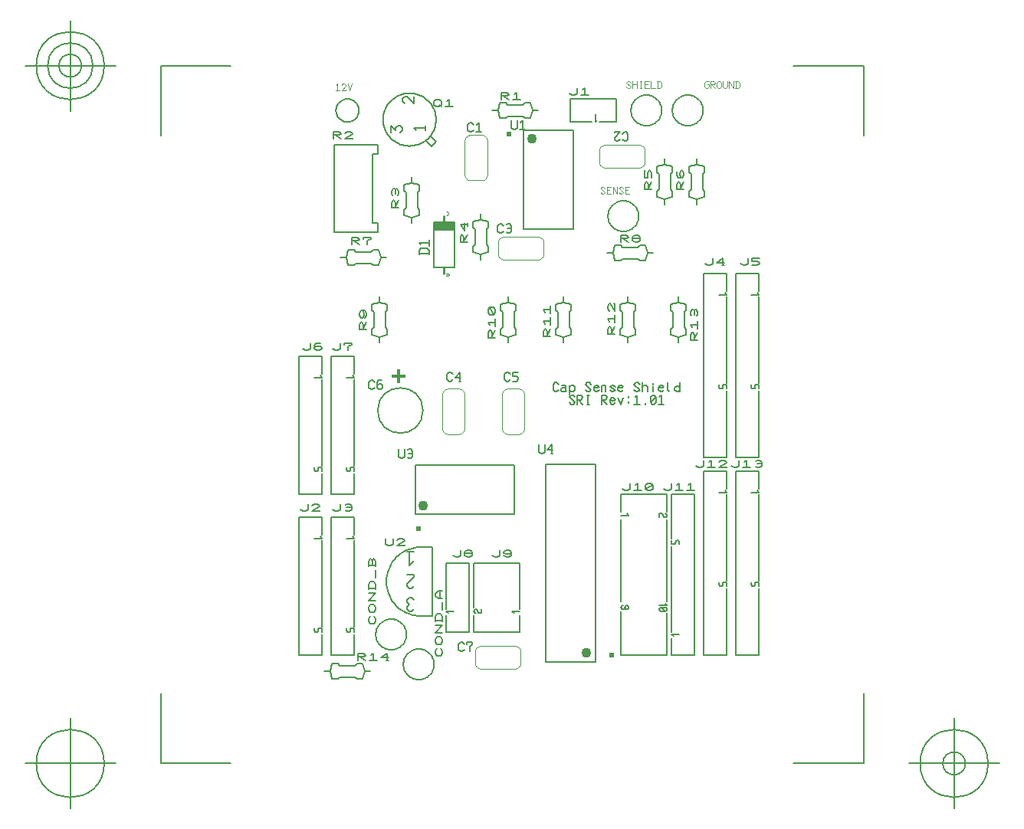
<source format=gbr>
G04 Generated by Ultiboard 11.0 *
%FSLAX25Y25*%
%MOIN*%

%ADD10C,0.00800*%
%ADD11C,0.00463*%
%ADD12C,0.00612*%
%ADD13C,0.00004*%
%ADD14C,0.00591*%
%ADD15C,0.00394*%
%ADD16C,0.00219*%
%ADD17C,0.01000*%
%ADD18C,0.00500*%
%ADD19C,0.02369*%
%ADD20C,0.04337*%
%ADD21C,0.00394*%


G04 ColorRGB FFFF00 for the following layer *
%LNSilkscreen Top*%
%LPD*%
%FSLAX25Y25*%
%MOIN*%
G54D10*
X93056Y256726D02*
X93056Y259702D01*
X93056Y259702D02*
X95278Y259702D01*
X95278Y259702D02*
X96389Y259107D01*
X96389Y259107D02*
X96389Y258810D01*
X96389Y258810D02*
X95278Y258214D01*
X95278Y258214D02*
X93056Y258214D01*
X93611Y258214D02*
X96389Y256726D01*
X98611Y259107D02*
X99722Y259702D01*
X99722Y259702D02*
X99722Y256726D01*
X98056Y256726D02*
X101389Y256726D01*
X122556Y259321D02*
X123667Y258726D01*
X123667Y258726D02*
X124778Y258726D01*
X124778Y258726D02*
X125889Y259321D01*
X125889Y259321D02*
X125889Y261702D01*
X128111Y261107D02*
X129222Y261702D01*
X129222Y261702D02*
X129222Y258726D01*
X127556Y258726D02*
X130889Y258726D01*
X63556Y254321D02*
X64667Y253726D01*
X64667Y253726D02*
X65778Y253726D01*
X65778Y253726D02*
X66889Y254321D01*
X66889Y254321D02*
X66889Y256107D01*
X66889Y256107D02*
X65778Y256702D01*
X65778Y256702D02*
X64667Y256702D01*
X64667Y256702D02*
X63556Y256107D01*
X63556Y256107D02*
X63556Y254321D01*
X65778Y254321D02*
X66889Y253726D01*
X69111Y256107D02*
X70222Y256702D01*
X70222Y256702D02*
X70222Y253726D01*
X68556Y253726D02*
X71889Y253726D01*
X97392Y247606D02*
X97392Y244457D01*
X97392Y244457D02*
X98176Y243669D01*
X98176Y243669D02*
X98960Y243669D01*
X98960Y243669D02*
X99744Y244457D01*
X99744Y244457D02*
X99744Y247606D01*
X101311Y246819D02*
X102095Y247606D01*
X102095Y247606D02*
X102095Y243669D01*
X100920Y243669D02*
X103271Y243669D01*
X109392Y106606D02*
X109392Y103457D01*
X109392Y103457D02*
X110176Y102669D01*
X110176Y102669D02*
X110960Y102669D01*
X110960Y102669D02*
X111744Y103457D01*
X111744Y103457D02*
X111744Y106606D01*
X115271Y104244D02*
X112920Y104244D01*
X112920Y104244D02*
X114879Y106606D01*
X114879Y106606D02*
X114879Y102669D01*
X114487Y102669D02*
X115271Y102669D01*
X37744Y131457D02*
X36960Y130669D01*
X36960Y130669D02*
X36176Y130669D01*
X36176Y130669D02*
X35392Y131457D01*
X35392Y131457D02*
X35392Y133819D01*
X35392Y133819D02*
X36176Y134606D01*
X36176Y134606D02*
X36960Y134606D01*
X36960Y134606D02*
X37744Y133819D01*
X40879Y134606D02*
X39703Y134606D01*
X39703Y134606D02*
X38920Y133819D01*
X38920Y133819D02*
X38920Y132244D01*
X38920Y132244D02*
X38920Y131457D01*
X38920Y131457D02*
X39703Y130669D01*
X39703Y130669D02*
X40487Y130669D01*
X40487Y130669D02*
X41271Y131457D01*
X41271Y131457D02*
X41271Y132244D01*
X41271Y132244D02*
X40487Y133031D01*
X40487Y133031D02*
X39703Y133031D01*
X39703Y133031D02*
X38920Y132244D01*
X19556Y148321D02*
X20667Y147726D01*
X20667Y147726D02*
X21778Y147726D01*
X21778Y147726D02*
X22889Y148321D01*
X22889Y148321D02*
X22889Y150702D01*
X26222Y147726D02*
X26222Y149214D01*
X26222Y149214D02*
X27889Y150107D01*
X27889Y150107D02*
X27889Y150702D01*
X27889Y150702D02*
X24556Y150702D01*
X24556Y150702D02*
X24556Y150107D01*
X6556Y148321D02*
X7667Y147726D01*
X7667Y147726D02*
X8778Y147726D01*
X8778Y147726D02*
X9889Y148321D01*
X9889Y148321D02*
X9889Y150702D01*
X14333Y150702D02*
X12667Y150702D01*
X12667Y150702D02*
X11556Y150107D01*
X11556Y150107D02*
X11556Y148917D01*
X11556Y148917D02*
X11556Y148321D01*
X11556Y148321D02*
X12667Y147726D01*
X12667Y147726D02*
X13778Y147726D01*
X13778Y147726D02*
X14889Y148321D01*
X14889Y148321D02*
X14889Y148917D01*
X14889Y148917D02*
X13778Y149512D01*
X13778Y149512D02*
X12667Y149512D01*
X12667Y149512D02*
X11556Y148917D01*
X48392Y104606D02*
X48392Y101457D01*
X48392Y101457D02*
X49176Y100669D01*
X49176Y100669D02*
X49960Y100669D01*
X49960Y100669D02*
X50744Y101457D01*
X50744Y101457D02*
X50744Y104606D01*
X52311Y104213D02*
X52703Y104606D01*
X52703Y104606D02*
X53487Y104606D01*
X53487Y104606D02*
X54271Y103819D01*
X54271Y103819D02*
X54271Y103031D01*
X54271Y103031D02*
X53879Y102638D01*
X53879Y102638D02*
X54271Y102244D01*
X54271Y102244D02*
X54271Y101457D01*
X54271Y101457D02*
X53487Y100669D01*
X53487Y100669D02*
X52703Y100669D01*
X52703Y100669D02*
X52311Y101063D01*
X52703Y102638D02*
X53879Y102638D01*
X66679Y17889D02*
X67274Y16778D01*
X67274Y16778D02*
X67274Y15667D01*
X67274Y15667D02*
X66679Y14556D01*
X66679Y14556D02*
X64893Y14556D01*
X64893Y14556D02*
X64298Y15667D01*
X64298Y15667D02*
X64298Y16778D01*
X64298Y16778D02*
X64893Y17889D01*
X66679Y19556D02*
X67274Y20667D01*
X67274Y20667D02*
X67274Y21778D01*
X67274Y21778D02*
X66679Y22889D01*
X66679Y22889D02*
X64893Y22889D01*
X64893Y22889D02*
X64298Y21778D01*
X64298Y21778D02*
X64298Y20667D01*
X64298Y20667D02*
X64893Y19556D01*
X64893Y19556D02*
X66679Y19556D01*
X67274Y24556D02*
X64298Y24556D01*
X64298Y24556D02*
X67274Y27889D01*
X67274Y27889D02*
X64298Y27889D01*
X67274Y29556D02*
X67274Y31778D01*
X67274Y31778D02*
X66679Y32889D01*
X66679Y32889D02*
X64893Y32889D01*
X64893Y32889D02*
X64298Y31778D01*
X64298Y31778D02*
X64298Y29556D01*
X64298Y30111D02*
X67274Y30111D01*
X67274Y34556D02*
X67274Y37889D01*
X67274Y39556D02*
X65488Y39556D01*
X65488Y39556D02*
X64298Y40667D01*
X64298Y40667D02*
X64298Y41778D01*
X64298Y41778D02*
X65488Y42889D01*
X65488Y42889D02*
X67274Y42889D01*
X66381Y39556D02*
X66381Y42889D01*
X42556Y65702D02*
X42556Y63321D01*
X42556Y63321D02*
X43667Y62726D01*
X43667Y62726D02*
X44778Y62726D01*
X44778Y62726D02*
X45889Y63321D01*
X45889Y63321D02*
X45889Y65702D01*
X47556Y65107D02*
X48667Y65702D01*
X48667Y65702D02*
X49778Y65702D01*
X49778Y65702D02*
X50889Y65107D01*
X50889Y65107D02*
X50889Y64810D01*
X50889Y64810D02*
X47556Y62726D01*
X47556Y62726D02*
X50889Y62726D01*
X50889Y62726D02*
X50889Y63024D01*
X5556Y78321D02*
X6667Y77726D01*
X6667Y77726D02*
X7778Y77726D01*
X7778Y77726D02*
X8889Y78321D01*
X8889Y78321D02*
X8889Y80702D01*
X10556Y80107D02*
X11667Y80702D01*
X11667Y80702D02*
X12778Y80702D01*
X12778Y80702D02*
X13889Y80107D01*
X13889Y80107D02*
X13889Y79810D01*
X13889Y79810D02*
X10556Y77726D01*
X10556Y77726D02*
X13889Y77726D01*
X13889Y77726D02*
X13889Y78024D01*
X19556Y78321D02*
X20667Y77726D01*
X20667Y77726D02*
X21778Y77726D01*
X21778Y77726D02*
X22889Y78321D01*
X22889Y78321D02*
X22889Y80702D01*
X25111Y80405D02*
X25667Y80702D01*
X25667Y80702D02*
X26778Y80702D01*
X26778Y80702D02*
X27889Y80107D01*
X27889Y80107D02*
X27889Y79512D01*
X27889Y79512D02*
X27333Y79214D01*
X27333Y79214D02*
X27889Y78917D01*
X27889Y78917D02*
X27889Y78321D01*
X27889Y78321D02*
X26778Y77726D01*
X26778Y77726D02*
X25667Y77726D01*
X25667Y77726D02*
X25111Y78024D01*
X25667Y79214D02*
X27333Y79214D01*
X30556Y12726D02*
X30556Y15702D01*
X30556Y15702D02*
X32778Y15702D01*
X32778Y15702D02*
X33889Y15107D01*
X33889Y15107D02*
X33889Y14810D01*
X33889Y14810D02*
X32778Y14214D01*
X32778Y14214D02*
X30556Y14214D01*
X31111Y14214D02*
X33889Y12726D01*
X36111Y15107D02*
X37222Y15702D01*
X37222Y15702D02*
X37222Y12726D01*
X35556Y12726D02*
X38889Y12726D01*
X43889Y13917D02*
X40556Y13917D01*
X40556Y13917D02*
X43333Y15702D01*
X43333Y15702D02*
X43333Y12726D01*
X42778Y12726D02*
X43889Y12726D01*
X37679Y31889D02*
X38274Y30778D01*
X38274Y30778D02*
X38274Y29667D01*
X38274Y29667D02*
X37679Y28556D01*
X37679Y28556D02*
X35893Y28556D01*
X35893Y28556D02*
X35298Y29667D01*
X35298Y29667D02*
X35298Y30778D01*
X35298Y30778D02*
X35893Y31889D01*
X37679Y33556D02*
X38274Y34667D01*
X38274Y34667D02*
X38274Y35778D01*
X38274Y35778D02*
X37679Y36889D01*
X37679Y36889D02*
X35893Y36889D01*
X35893Y36889D02*
X35298Y35778D01*
X35298Y35778D02*
X35298Y34667D01*
X35298Y34667D02*
X35893Y33556D01*
X35893Y33556D02*
X37679Y33556D01*
X38274Y38556D02*
X35298Y38556D01*
X35298Y38556D02*
X38274Y41889D01*
X38274Y41889D02*
X35298Y41889D01*
X38274Y43556D02*
X38274Y45778D01*
X38274Y45778D02*
X37679Y46889D01*
X37679Y46889D02*
X35893Y46889D01*
X35893Y46889D02*
X35298Y45778D01*
X35298Y45778D02*
X35298Y43556D01*
X35298Y44111D02*
X38274Y44111D01*
X38274Y48556D02*
X38274Y51889D01*
X38274Y53556D02*
X38274Y55778D01*
X38274Y55778D02*
X37679Y56889D01*
X37679Y56889D02*
X37381Y56889D01*
X37381Y56889D02*
X36786Y55778D01*
X36786Y55778D02*
X36190Y56889D01*
X36190Y56889D02*
X35893Y56889D01*
X35893Y56889D02*
X35298Y55778D01*
X35298Y55778D02*
X35298Y54111D01*
X35298Y54111D02*
X35298Y53556D01*
X36786Y54111D02*
X36786Y55778D01*
X35298Y54111D02*
X38274Y54111D01*
X89056Y58321D02*
X90167Y57726D01*
X90167Y57726D02*
X91278Y57726D01*
X91278Y57726D02*
X92389Y58321D01*
X92389Y58321D02*
X92389Y60702D01*
X94056Y58321D02*
X95167Y57726D01*
X95167Y57726D02*
X96278Y57726D01*
X96278Y57726D02*
X97389Y58321D01*
X97389Y58321D02*
X97389Y59512D01*
X97389Y59512D02*
X97389Y60107D01*
X97389Y60107D02*
X96278Y60702D01*
X96278Y60702D02*
X95167Y60702D01*
X95167Y60702D02*
X94056Y60107D01*
X94056Y60107D02*
X94056Y59512D01*
X94056Y59512D02*
X95167Y58917D01*
X95167Y58917D02*
X96278Y58917D01*
X96278Y58917D02*
X97389Y59512D01*
X72056Y58321D02*
X73167Y57726D01*
X73167Y57726D02*
X74278Y57726D01*
X74278Y57726D02*
X75389Y58321D01*
X75389Y58321D02*
X75389Y60702D01*
X79278Y57726D02*
X78167Y57726D01*
X78167Y57726D02*
X77056Y58321D01*
X77056Y58321D02*
X77056Y58917D01*
X77056Y58917D02*
X77611Y59214D01*
X77611Y59214D02*
X77056Y59512D01*
X77056Y59512D02*
X77056Y60107D01*
X77056Y60107D02*
X78167Y60702D01*
X78167Y60702D02*
X79278Y60702D01*
X79278Y60702D02*
X80389Y60107D01*
X80389Y60107D02*
X80389Y59512D01*
X80389Y59512D02*
X79833Y59214D01*
X79833Y59214D02*
X80389Y58917D01*
X80389Y58917D02*
X80389Y58321D01*
X80389Y58321D02*
X79278Y57726D01*
X77611Y59214D02*
X79833Y59214D01*
X28056Y193726D02*
X28056Y196702D01*
X28056Y196702D02*
X30278Y196702D01*
X30278Y196702D02*
X31389Y196107D01*
X31389Y196107D02*
X31389Y195810D01*
X31389Y195810D02*
X30278Y195214D01*
X30278Y195214D02*
X28056Y195214D01*
X28611Y195214D02*
X31389Y193726D01*
X34722Y193726D02*
X34722Y195214D01*
X34722Y195214D02*
X36389Y196107D01*
X36389Y196107D02*
X36389Y196702D01*
X36389Y196702D02*
X33056Y196702D01*
X33056Y196702D02*
X33056Y196107D01*
X34274Y156556D02*
X31298Y156556D01*
X31298Y156556D02*
X31298Y158778D01*
X31298Y158778D02*
X31893Y159889D01*
X31893Y159889D02*
X32190Y159889D01*
X32190Y159889D02*
X32786Y158778D01*
X32786Y158778D02*
X32786Y156556D01*
X32786Y157111D02*
X34274Y159889D01*
X33679Y161556D02*
X34274Y162667D01*
X34274Y162667D02*
X34274Y163778D01*
X34274Y163778D02*
X33679Y164889D01*
X33679Y164889D02*
X32488Y164889D01*
X32488Y164889D02*
X31893Y164889D01*
X31893Y164889D02*
X31298Y163778D01*
X31298Y163778D02*
X31298Y162667D01*
X31298Y162667D02*
X31893Y161556D01*
X31893Y161556D02*
X32488Y161556D01*
X32488Y161556D02*
X33083Y162667D01*
X33083Y162667D02*
X33083Y163778D01*
X33083Y163778D02*
X32488Y164889D01*
X19956Y239726D02*
X19956Y242702D01*
X19956Y242702D02*
X22178Y242702D01*
X22178Y242702D02*
X23289Y242107D01*
X23289Y242107D02*
X23289Y241810D01*
X23289Y241810D02*
X22178Y241214D01*
X22178Y241214D02*
X19956Y241214D01*
X20511Y241214D02*
X23289Y239726D01*
X24956Y242107D02*
X26067Y242702D01*
X26067Y242702D02*
X27178Y242702D01*
X27178Y242702D02*
X28289Y242107D01*
X28289Y242107D02*
X28289Y241810D01*
X28289Y241810D02*
X24956Y239726D01*
X24956Y239726D02*
X28289Y239726D01*
X28289Y239726D02*
X28289Y240024D01*
X48274Y209556D02*
X45298Y209556D01*
X45298Y209556D02*
X45298Y211778D01*
X45298Y211778D02*
X45893Y212889D01*
X45893Y212889D02*
X46190Y212889D01*
X46190Y212889D02*
X46786Y211778D01*
X46786Y211778D02*
X46786Y209556D01*
X46786Y210111D02*
X48274Y212889D01*
X45595Y215111D02*
X45298Y215667D01*
X45298Y215667D02*
X45298Y216778D01*
X45298Y216778D02*
X45893Y217889D01*
X45893Y217889D02*
X46488Y217889D01*
X46488Y217889D02*
X46786Y217333D01*
X46786Y217333D02*
X47083Y217889D01*
X47083Y217889D02*
X47679Y217889D01*
X47679Y217889D02*
X48274Y216778D01*
X48274Y216778D02*
X48274Y215667D01*
X48274Y215667D02*
X47976Y215111D01*
X46786Y215667D02*
X46786Y217333D01*
X78107Y194556D02*
X75131Y194556D01*
X75131Y194556D02*
X75131Y196778D01*
X75131Y196778D02*
X75726Y197889D01*
X75726Y197889D02*
X76024Y197889D01*
X76024Y197889D02*
X76619Y196778D01*
X76619Y196778D02*
X76619Y194556D01*
X76619Y195111D02*
X78107Y197889D01*
X76917Y202889D02*
X76917Y199556D01*
X76917Y199556D02*
X75131Y202333D01*
X75131Y202333D02*
X78107Y202333D01*
X78107Y201778D02*
X78107Y202889D01*
X90274Y153056D02*
X87298Y153056D01*
X87298Y153056D02*
X87298Y155278D01*
X87298Y155278D02*
X87893Y156389D01*
X87893Y156389D02*
X88190Y156389D01*
X88190Y156389D02*
X88786Y155278D01*
X88786Y155278D02*
X88786Y153056D01*
X88786Y153611D02*
X90274Y156389D01*
X87893Y158611D02*
X87298Y159722D01*
X87298Y159722D02*
X90274Y159722D01*
X90274Y158056D02*
X90274Y161389D01*
X87893Y163056D02*
X87298Y164167D01*
X87298Y164167D02*
X87298Y165278D01*
X87298Y165278D02*
X87893Y166389D01*
X87893Y166389D02*
X89679Y166389D01*
X89679Y166389D02*
X90274Y165278D01*
X90274Y165278D02*
X90274Y164167D01*
X90274Y164167D02*
X89679Y163056D01*
X89679Y163056D02*
X87893Y163056D01*
X87893Y166389D02*
X89679Y163056D01*
X114274Y153556D02*
X111298Y153556D01*
X111298Y153556D02*
X111298Y155778D01*
X111298Y155778D02*
X111893Y156889D01*
X111893Y156889D02*
X112190Y156889D01*
X112190Y156889D02*
X112786Y155778D01*
X112786Y155778D02*
X112786Y153556D01*
X112786Y154111D02*
X114274Y156889D01*
X111893Y159111D02*
X111298Y160222D01*
X111298Y160222D02*
X114274Y160222D01*
X114274Y158556D02*
X114274Y161889D01*
X111893Y164111D02*
X111298Y165222D01*
X111298Y165222D02*
X114274Y165222D01*
X114274Y163556D02*
X114274Y166889D01*
X181562Y185230D02*
X182673Y184635D01*
X182673Y184635D02*
X183784Y184635D01*
X183784Y184635D02*
X184895Y185230D01*
X184895Y185230D02*
X184895Y187611D01*
X189895Y185826D02*
X186562Y185826D01*
X186562Y185826D02*
X189339Y187611D01*
X189339Y187611D02*
X189339Y184635D01*
X188784Y184635D02*
X189895Y184635D01*
X197062Y185230D02*
X198173Y184635D01*
X198173Y184635D02*
X199284Y184635D01*
X199284Y184635D02*
X200395Y185230D01*
X200395Y185230D02*
X200395Y187611D01*
X205395Y187611D02*
X202062Y187611D01*
X202062Y187611D02*
X202062Y186421D01*
X202062Y186421D02*
X204284Y186421D01*
X204284Y186421D02*
X205395Y185826D01*
X205395Y185826D02*
X205395Y185230D01*
X205395Y185230D02*
X204284Y184635D01*
X204284Y184635D02*
X202062Y184635D01*
X177562Y97321D02*
X178673Y96726D01*
X178673Y96726D02*
X179784Y96726D01*
X179784Y96726D02*
X180895Y97321D01*
X180895Y97321D02*
X180895Y99702D01*
X183117Y99107D02*
X184228Y99702D01*
X184228Y99702D02*
X184228Y96726D01*
X182562Y96726D02*
X185895Y96726D01*
X187562Y99107D02*
X188673Y99702D01*
X188673Y99702D02*
X189784Y99702D01*
X189784Y99702D02*
X190895Y99107D01*
X190895Y99107D02*
X190895Y98810D01*
X190895Y98810D02*
X187562Y96726D01*
X187562Y96726D02*
X190895Y96726D01*
X190895Y96726D02*
X190895Y97024D01*
X163556Y87321D02*
X164667Y86726D01*
X164667Y86726D02*
X165778Y86726D01*
X165778Y86726D02*
X166889Y87321D01*
X166889Y87321D02*
X166889Y89702D01*
X169111Y89107D02*
X170222Y89702D01*
X170222Y89702D02*
X170222Y86726D01*
X168556Y86726D02*
X171889Y86726D01*
X174111Y89107D02*
X175222Y89702D01*
X175222Y89702D02*
X175222Y86726D01*
X173556Y86726D02*
X176889Y86726D01*
X145556Y87321D02*
X146667Y86726D01*
X146667Y86726D02*
X147778Y86726D01*
X147778Y86726D02*
X148889Y87321D01*
X148889Y87321D02*
X148889Y89702D01*
X151111Y89107D02*
X152222Y89702D01*
X152222Y89702D02*
X152222Y86726D01*
X150556Y86726D02*
X153889Y86726D01*
X155556Y89107D02*
X156667Y89702D01*
X156667Y89702D02*
X157778Y89702D01*
X157778Y89702D02*
X158889Y89107D01*
X158889Y89107D02*
X158889Y87321D01*
X158889Y87321D02*
X157778Y86726D01*
X157778Y86726D02*
X156667Y86726D01*
X156667Y86726D02*
X155556Y87321D01*
X155556Y87321D02*
X155556Y89107D01*
X158889Y89107D02*
X155556Y87321D01*
X193056Y97321D02*
X194167Y96726D01*
X194167Y96726D02*
X195278Y96726D01*
X195278Y96726D02*
X196389Y97321D01*
X196389Y97321D02*
X196389Y99702D01*
X198611Y99107D02*
X199722Y99702D01*
X199722Y99702D02*
X199722Y96726D01*
X198056Y96726D02*
X201389Y96726D01*
X203611Y99405D02*
X204167Y99702D01*
X204167Y99702D02*
X205278Y99702D01*
X205278Y99702D02*
X206389Y99107D01*
X206389Y99107D02*
X206389Y98512D01*
X206389Y98512D02*
X205833Y98214D01*
X205833Y98214D02*
X206389Y97917D01*
X206389Y97917D02*
X206389Y97321D01*
X206389Y97321D02*
X205278Y96726D01*
X205278Y96726D02*
X204167Y96726D01*
X204167Y96726D02*
X203611Y97024D01*
X204167Y98214D02*
X205833Y98214D01*
X145056Y194726D02*
X145056Y197702D01*
X145056Y197702D02*
X147278Y197702D01*
X147278Y197702D02*
X148389Y197107D01*
X148389Y197107D02*
X148389Y196810D01*
X148389Y196810D02*
X147278Y196214D01*
X147278Y196214D02*
X145056Y196214D01*
X145611Y196214D02*
X148389Y194726D01*
X152278Y194726D02*
X151167Y194726D01*
X151167Y194726D02*
X150056Y195321D01*
X150056Y195321D02*
X150056Y195917D01*
X150056Y195917D02*
X150611Y196214D01*
X150611Y196214D02*
X150056Y196512D01*
X150056Y196512D02*
X150056Y197107D01*
X150056Y197107D02*
X151167Y197702D01*
X151167Y197702D02*
X152278Y197702D01*
X152278Y197702D02*
X153389Y197107D01*
X153389Y197107D02*
X153389Y196512D01*
X153389Y196512D02*
X152833Y196214D01*
X152833Y196214D02*
X153389Y195917D01*
X153389Y195917D02*
X153389Y195321D01*
X153389Y195321D02*
X152278Y194726D01*
X150611Y196214D02*
X152833Y196214D01*
X142274Y154556D02*
X139298Y154556D01*
X139298Y154556D02*
X139298Y156778D01*
X139298Y156778D02*
X139893Y157889D01*
X139893Y157889D02*
X140190Y157889D01*
X140190Y157889D02*
X140786Y156778D01*
X140786Y156778D02*
X140786Y154556D01*
X140786Y155111D02*
X142274Y157889D01*
X139893Y160111D02*
X139298Y161222D01*
X139298Y161222D02*
X142274Y161222D01*
X142274Y159556D02*
X142274Y162889D01*
X139893Y164556D02*
X139298Y165667D01*
X139298Y165667D02*
X139298Y166778D01*
X139298Y166778D02*
X139893Y167889D01*
X139893Y167889D02*
X140190Y167889D01*
X140190Y167889D02*
X142274Y164556D01*
X142274Y164556D02*
X142274Y167889D01*
X142274Y167889D02*
X141976Y167889D01*
X178274Y152056D02*
X175298Y152056D01*
X175298Y152056D02*
X175298Y154278D01*
X175298Y154278D02*
X175893Y155389D01*
X175893Y155389D02*
X176190Y155389D01*
X176190Y155389D02*
X176786Y154278D01*
X176786Y154278D02*
X176786Y152056D01*
X176786Y152611D02*
X178274Y155389D01*
X175893Y157611D02*
X175298Y158722D01*
X175298Y158722D02*
X178274Y158722D01*
X178274Y157056D02*
X178274Y160389D01*
X175595Y162611D02*
X175298Y163167D01*
X175298Y163167D02*
X175298Y164278D01*
X175298Y164278D02*
X175893Y165389D01*
X175893Y165389D02*
X176488Y165389D01*
X176488Y165389D02*
X176786Y164833D01*
X176786Y164833D02*
X177083Y165389D01*
X177083Y165389D02*
X177679Y165389D01*
X177679Y165389D02*
X178274Y164278D01*
X178274Y164278D02*
X178274Y163167D01*
X178274Y163167D02*
X177976Y162611D01*
X176786Y163167D02*
X176786Y164833D01*
X158274Y217556D02*
X155298Y217556D01*
X155298Y217556D02*
X155298Y219778D01*
X155298Y219778D02*
X155893Y220889D01*
X155893Y220889D02*
X156190Y220889D01*
X156190Y220889D02*
X156786Y219778D01*
X156786Y219778D02*
X156786Y217556D01*
X156786Y218111D02*
X158274Y220889D01*
X155298Y225889D02*
X155298Y222556D01*
X155298Y222556D02*
X156488Y222556D01*
X156488Y222556D02*
X156488Y224778D01*
X156488Y224778D02*
X157083Y225889D01*
X157083Y225889D02*
X157679Y225889D01*
X157679Y225889D02*
X158274Y224778D01*
X158274Y224778D02*
X158274Y222556D01*
X172274Y217556D02*
X169298Y217556D01*
X169298Y217556D02*
X169298Y219778D01*
X169298Y219778D02*
X169893Y220889D01*
X169893Y220889D02*
X170190Y220889D01*
X170190Y220889D02*
X170786Y219778D01*
X170786Y219778D02*
X170786Y217556D01*
X170786Y218111D02*
X172274Y220889D01*
X169298Y225333D02*
X169298Y223667D01*
X169298Y223667D02*
X169893Y222556D01*
X169893Y222556D02*
X171083Y222556D01*
X171083Y222556D02*
X171679Y222556D01*
X171679Y222556D02*
X172274Y223667D01*
X172274Y223667D02*
X172274Y224778D01*
X172274Y224778D02*
X171679Y225889D01*
X171679Y225889D02*
X171083Y225889D01*
X171083Y225889D02*
X170488Y224778D01*
X170488Y224778D02*
X170488Y223667D01*
X170488Y223667D02*
X171083Y222556D01*
X91500Y252000D02*
X92333Y248667D01*
X106500Y252000D02*
X105667Y248667D01*
X91500Y252000D02*
X89000Y252000D01*
X91500Y252000D02*
X92333Y255333D01*
X106500Y252000D02*
X105667Y255333D01*
X106500Y252000D02*
X109000Y252000D01*
X92333Y248667D02*
X94833Y248667D01*
X94833Y248667D02*
X95667Y249500D01*
X102333Y249500D02*
X95667Y249500D01*
X103167Y248667D02*
X102333Y249500D01*
X105667Y248667D02*
X103167Y248667D01*
X92333Y255333D02*
X94833Y255333D01*
X94833Y255333D02*
X95667Y254500D01*
X102333Y254500D02*
X95667Y254500D01*
X103167Y255333D02*
X102333Y254500D01*
X105667Y255333D02*
X103167Y255333D01*
X123000Y247000D02*
X123000Y257000D01*
X143000Y247000D02*
X143000Y257000D01*
X123000Y247000D02*
X132167Y247000D01*
X135500Y247000D02*
X143000Y247000D01*
X133833Y247000D02*
X133833Y250333D01*
X134667Y247833D02*
X133833Y247000D01*
X123000Y257000D02*
X143000Y257000D01*
X156000Y258667D02*
X155419Y258641D01*
X155419Y258641D02*
X154842Y258565D01*
X154842Y258565D02*
X154275Y258440D01*
X154275Y258440D02*
X153720Y258265D01*
X153720Y258265D02*
X153183Y258042D01*
X153183Y258042D02*
X152667Y257774D01*
X152667Y257774D02*
X152176Y257461D01*
X152176Y257461D02*
X151715Y257107D01*
X151715Y257107D02*
X151286Y256714D01*
X151286Y256714D02*
X150893Y256285D01*
X150893Y256285D02*
X150539Y255824D01*
X150539Y255824D02*
X150226Y255333D01*
X150226Y255333D02*
X149958Y254817D01*
X149958Y254817D02*
X149735Y254280D01*
X149735Y254280D02*
X149560Y253725D01*
X149560Y253725D02*
X149435Y253158D01*
X149435Y253158D02*
X149359Y252581D01*
X149359Y252581D02*
X149333Y252000D01*
X149333Y252000D02*
X149359Y251419D01*
X149359Y251419D02*
X149435Y250842D01*
X149435Y250842D02*
X149560Y250275D01*
X149560Y250275D02*
X149735Y249720D01*
X149735Y249720D02*
X149958Y249183D01*
X149958Y249183D02*
X150226Y248667D01*
X150226Y248667D02*
X150539Y248176D01*
X150539Y248176D02*
X150893Y247715D01*
X150893Y247715D02*
X151286Y247286D01*
X151286Y247286D02*
X151715Y246893D01*
X151715Y246893D02*
X152176Y246539D01*
X152176Y246539D02*
X152667Y246226D01*
X152667Y246226D02*
X153183Y245958D01*
X153183Y245958D02*
X153720Y245735D01*
X153720Y245735D02*
X154275Y245560D01*
X154275Y245560D02*
X154842Y245435D01*
X154842Y245435D02*
X155419Y245359D01*
X155419Y245359D02*
X156000Y245333D01*
X156000Y245333D02*
X156000Y245333D01*
X156000Y245333D02*
X156581Y245359D01*
X156581Y245359D02*
X157158Y245435D01*
X157158Y245435D02*
X157725Y245560D01*
X157725Y245560D02*
X158280Y245735D01*
X158280Y245735D02*
X158817Y245958D01*
X158817Y245958D02*
X159333Y246226D01*
X159333Y246226D02*
X159824Y246539D01*
X159824Y246539D02*
X160285Y246893D01*
X160285Y246893D02*
X160714Y247286D01*
X160714Y247286D02*
X161107Y247715D01*
X161107Y247715D02*
X161461Y248176D01*
X161461Y248176D02*
X161774Y248667D01*
X161774Y248667D02*
X162042Y249183D01*
X162042Y249183D02*
X162265Y249720D01*
X162265Y249720D02*
X162440Y250275D01*
X162440Y250275D02*
X162565Y250842D01*
X162565Y250842D02*
X162641Y251419D01*
X162641Y251419D02*
X162667Y252000D01*
X162667Y252000D02*
X162641Y252581D01*
X162641Y252581D02*
X162565Y253158D01*
X162565Y253158D02*
X162440Y253725D01*
X162440Y253725D02*
X162265Y254280D01*
X162265Y254280D02*
X162042Y254817D01*
X162042Y254817D02*
X161774Y255333D01*
X161774Y255333D02*
X161461Y255824D01*
X161461Y255824D02*
X161107Y256285D01*
X161107Y256285D02*
X160714Y256714D01*
X160714Y256714D02*
X160285Y257107D01*
X160285Y257107D02*
X159824Y257461D01*
X159824Y257461D02*
X159333Y257774D01*
X159333Y257774D02*
X158817Y258042D01*
X158817Y258042D02*
X158280Y258265D01*
X158280Y258265D02*
X157725Y258440D01*
X157725Y258440D02*
X157158Y258565D01*
X157158Y258565D02*
X156581Y258641D01*
X156581Y258641D02*
X156000Y258667D01*
X174000Y245333D02*
X174581Y245359D01*
X174581Y245359D02*
X175158Y245435D01*
X175158Y245435D02*
X175725Y245560D01*
X175725Y245560D02*
X176280Y245735D01*
X176280Y245735D02*
X176817Y245958D01*
X176817Y245958D02*
X177333Y246226D01*
X177333Y246226D02*
X177824Y246539D01*
X177824Y246539D02*
X178285Y246893D01*
X178285Y246893D02*
X178714Y247286D01*
X178714Y247286D02*
X179107Y247715D01*
X179107Y247715D02*
X179461Y248176D01*
X179461Y248176D02*
X179774Y248667D01*
X179774Y248667D02*
X180042Y249183D01*
X180042Y249183D02*
X180265Y249720D01*
X180265Y249720D02*
X180440Y250275D01*
X180440Y250275D02*
X180565Y250842D01*
X180565Y250842D02*
X180641Y251419D01*
X180641Y251419D02*
X180667Y252000D01*
X180667Y252000D02*
X180641Y252581D01*
X180641Y252581D02*
X180565Y253158D01*
X180565Y253158D02*
X180440Y253725D01*
X180440Y253725D02*
X180265Y254280D01*
X180265Y254280D02*
X180042Y254817D01*
X180042Y254817D02*
X179774Y255333D01*
X179774Y255333D02*
X179461Y255824D01*
X179461Y255824D02*
X179107Y256285D01*
X179107Y256285D02*
X178714Y256714D01*
X178714Y256714D02*
X178285Y257107D01*
X178285Y257107D02*
X177824Y257461D01*
X177824Y257461D02*
X177333Y257774D01*
X177333Y257774D02*
X176817Y258042D01*
X176817Y258042D02*
X176280Y258265D01*
X176280Y258265D02*
X175725Y258440D01*
X175725Y258440D02*
X175158Y258565D01*
X175158Y258565D02*
X174581Y258641D01*
X174581Y258641D02*
X174000Y258667D01*
X174000Y258667D02*
X173419Y258641D01*
X173419Y258641D02*
X172842Y258565D01*
X172842Y258565D02*
X172275Y258440D01*
X172275Y258440D02*
X171720Y258265D01*
X171720Y258265D02*
X171183Y258042D01*
X171183Y258042D02*
X170667Y257774D01*
X170667Y257774D02*
X170176Y257461D01*
X170176Y257461D02*
X169715Y257107D01*
X169715Y257107D02*
X169286Y256714D01*
X169286Y256714D02*
X168893Y256285D01*
X168893Y256285D02*
X168539Y255824D01*
X168539Y255824D02*
X168226Y255333D01*
X168226Y255333D02*
X167958Y254817D01*
X167958Y254817D02*
X167735Y254280D01*
X167735Y254280D02*
X167560Y253725D01*
X167560Y253725D02*
X167435Y253158D01*
X167435Y253158D02*
X167359Y252581D01*
X167359Y252581D02*
X167333Y252000D01*
X167333Y252000D02*
X167359Y251419D01*
X167359Y251419D02*
X167435Y250842D01*
X167435Y250842D02*
X167560Y250275D01*
X167560Y250275D02*
X167735Y249720D01*
X167735Y249720D02*
X167958Y249183D01*
X167958Y249183D02*
X168226Y248667D01*
X168226Y248667D02*
X168539Y248176D01*
X168539Y248176D02*
X168893Y247715D01*
X168893Y247715D02*
X169286Y247286D01*
X169286Y247286D02*
X169715Y246893D01*
X169715Y246893D02*
X170176Y246539D01*
X170176Y246539D02*
X170667Y246226D01*
X170667Y246226D02*
X171183Y245958D01*
X171183Y245958D02*
X171720Y245735D01*
X171720Y245735D02*
X172275Y245560D01*
X172275Y245560D02*
X172842Y245435D01*
X172842Y245435D02*
X173419Y245359D01*
X173419Y245359D02*
X174000Y245333D01*
X174000Y245333D02*
X174000Y245333D01*
X53000Y259500D02*
X51998Y259456D01*
X51998Y259456D02*
X51003Y259325D01*
X51003Y259325D02*
X50024Y259108D01*
X50024Y259108D02*
X49067Y258806D01*
X49067Y258806D02*
X48140Y258423D01*
X48140Y258423D02*
X47250Y257959D01*
X47250Y257959D02*
X46404Y257420D01*
X46404Y257420D02*
X45608Y256810D01*
X45608Y256810D02*
X44868Y256132D01*
X44868Y256132D02*
X44190Y255392D01*
X44190Y255392D02*
X43580Y254596D01*
X43580Y254596D02*
X43041Y253750D01*
X43041Y253750D02*
X42577Y252860D01*
X42577Y252860D02*
X42194Y251933D01*
X42194Y251933D02*
X41892Y250976D01*
X41892Y250976D02*
X41675Y249997D01*
X41675Y249997D02*
X41544Y249002D01*
X41544Y249002D02*
X41500Y248000D01*
X41500Y248000D02*
X41544Y246998D01*
X41544Y246998D02*
X41675Y246003D01*
X41675Y246003D02*
X41892Y245024D01*
X41892Y245024D02*
X42194Y244067D01*
X42194Y244067D02*
X42577Y243140D01*
X42577Y243140D02*
X43041Y242250D01*
X43041Y242250D02*
X43580Y241404D01*
X43580Y241404D02*
X44190Y240608D01*
X44190Y240608D02*
X44868Y239868D01*
X44868Y239868D02*
X45608Y239190D01*
X45608Y239190D02*
X46404Y238580D01*
X46404Y238580D02*
X47250Y238041D01*
X47250Y238041D02*
X48140Y237577D01*
X48140Y237577D02*
X49067Y237194D01*
X49067Y237194D02*
X50024Y236892D01*
X50024Y236892D02*
X51003Y236675D01*
X51003Y236675D02*
X51998Y236544D01*
X51998Y236544D02*
X53000Y236500D01*
X53000Y236500D02*
X54002Y236544D01*
X54002Y236544D02*
X54997Y236675D01*
X54997Y236675D02*
X55976Y236892D01*
X55976Y236892D02*
X56933Y237194D01*
X56933Y237194D02*
X57860Y237577D01*
X57860Y237577D02*
X58750Y238041D01*
X58750Y238041D02*
X59596Y238580D01*
X59596Y238580D02*
X60392Y239190D01*
X60392Y239190D02*
X61132Y239868D01*
X61132Y239868D02*
X61810Y240608D01*
X61810Y240608D02*
X62420Y241404D01*
X62420Y241404D02*
X62959Y242250D01*
X62959Y242250D02*
X63423Y243140D01*
X63423Y243140D02*
X63806Y244067D01*
X63806Y244067D02*
X64108Y245024D01*
X64108Y245024D02*
X64325Y246003D01*
X64325Y246003D02*
X64456Y246998D01*
X64456Y246998D02*
X64500Y248000D01*
X64500Y248000D02*
X64456Y249002D01*
X64456Y249002D02*
X64325Y249997D01*
X64325Y249997D02*
X64108Y250976D01*
X64108Y250976D02*
X63806Y251933D01*
X63806Y251933D02*
X63423Y252860D01*
X63423Y252860D02*
X62959Y253750D01*
X62959Y253750D02*
X62420Y254596D01*
X62420Y254596D02*
X61810Y255392D01*
X61810Y255392D02*
X61132Y256132D01*
X61132Y256132D02*
X60392Y256810D01*
X60392Y256810D02*
X59596Y257420D01*
X59596Y257420D02*
X58750Y257959D01*
X58750Y257959D02*
X57860Y258423D01*
X57860Y258423D02*
X56933Y258806D01*
X56933Y258806D02*
X55976Y259108D01*
X55976Y259108D02*
X54997Y259325D01*
X54997Y259325D02*
X54002Y259456D01*
X54002Y259456D02*
X53000Y259500D01*
X64500Y238500D02*
X62500Y236500D01*
X62167Y240833D02*
X64500Y238500D01*
X45000Y245500D02*
X47000Y243500D01*
X47000Y243500D02*
X47000Y244500D01*
X47000Y244500D02*
X48000Y245500D01*
X45000Y242500D02*
X45000Y245500D01*
X62500Y236500D02*
X60167Y238833D01*
X50000Y243500D02*
X49000Y242500D01*
X48000Y245500D02*
X49000Y245500D01*
X49000Y245500D02*
X50000Y244500D01*
X50000Y244500D02*
X50000Y243500D01*
X56000Y243500D02*
X55000Y244500D01*
X55000Y244500D02*
X60000Y244500D01*
X60000Y243500D02*
X60000Y245500D01*
X51000Y255000D02*
X50000Y256000D01*
X50000Y257000D02*
X51000Y258000D01*
X51000Y258000D02*
X52000Y258000D01*
X50000Y256000D02*
X50000Y257000D01*
X52000Y258000D02*
X55000Y255000D01*
X55000Y255000D02*
X55000Y258000D01*
X21000Y252000D02*
X21019Y251564D01*
X21019Y251564D02*
X21076Y251132D01*
X21076Y251132D02*
X21170Y250706D01*
X21170Y250706D02*
X21302Y250290D01*
X21302Y250290D02*
X21468Y249887D01*
X21468Y249887D02*
X21670Y249500D01*
X21670Y249500D02*
X21904Y249132D01*
X21904Y249132D02*
X22170Y248786D01*
X22170Y248786D02*
X22464Y248464D01*
X22464Y248464D02*
X22786Y248170D01*
X22786Y248170D02*
X23132Y247904D01*
X23132Y247904D02*
X23500Y247670D01*
X23500Y247670D02*
X23887Y247468D01*
X23887Y247468D02*
X24290Y247302D01*
X24290Y247302D02*
X24706Y247170D01*
X24706Y247170D02*
X25132Y247076D01*
X25132Y247076D02*
X25564Y247019D01*
X25564Y247019D02*
X26000Y247000D01*
X26000Y247000D02*
X26436Y247019D01*
X26436Y247019D02*
X26868Y247076D01*
X26868Y247076D02*
X27294Y247170D01*
X27294Y247170D02*
X27710Y247302D01*
X27710Y247302D02*
X28113Y247468D01*
X28113Y247468D02*
X28500Y247670D01*
X28500Y247670D02*
X28868Y247904D01*
X28868Y247904D02*
X29214Y248170D01*
X29214Y248170D02*
X29536Y248464D01*
X29536Y248464D02*
X29830Y248786D01*
X29830Y248786D02*
X30096Y249132D01*
X30096Y249132D02*
X30330Y249500D01*
X30330Y249500D02*
X30532Y249887D01*
X30532Y249887D02*
X30698Y250290D01*
X30698Y250290D02*
X30830Y250706D01*
X30830Y250706D02*
X30924Y251132D01*
X30924Y251132D02*
X30981Y251564D01*
X30981Y251564D02*
X31000Y252000D01*
X31000Y252000D02*
X30981Y252436D01*
X30981Y252436D02*
X30924Y252868D01*
X30924Y252868D02*
X30830Y253294D01*
X30830Y253294D02*
X30698Y253710D01*
X30698Y253710D02*
X30532Y254113D01*
X30532Y254113D02*
X30330Y254500D01*
X30330Y254500D02*
X30096Y254868D01*
X30096Y254868D02*
X29830Y255214D01*
X29830Y255214D02*
X29536Y255536D01*
X29536Y255536D02*
X29214Y255830D01*
X29214Y255830D02*
X28868Y256096D01*
X28868Y256096D02*
X28500Y256330D01*
X28500Y256330D02*
X28113Y256532D01*
X28113Y256532D02*
X27710Y256698D01*
X27710Y256698D02*
X27294Y256830D01*
X27294Y256830D02*
X26868Y256924D01*
X26868Y256924D02*
X26436Y256981D01*
X26436Y256981D02*
X26000Y257000D01*
X26000Y257000D02*
X25564Y256981D01*
X25564Y256981D02*
X25132Y256924D01*
X25132Y256924D02*
X24706Y256830D01*
X24706Y256830D02*
X24290Y256698D01*
X24290Y256698D02*
X23887Y256532D01*
X23887Y256532D02*
X23500Y256330D01*
X23500Y256330D02*
X23132Y256096D01*
X23132Y256096D02*
X22786Y255830D01*
X22786Y255830D02*
X22464Y255536D01*
X22464Y255536D02*
X22170Y255214D01*
X22170Y255214D02*
X21904Y254868D01*
X21904Y254868D02*
X21670Y254500D01*
X21670Y254500D02*
X21468Y254113D01*
X21468Y254113D02*
X21302Y253710D01*
X21302Y253710D02*
X21170Y253294D01*
X21170Y253294D02*
X21076Y252868D01*
X21076Y252868D02*
X21019Y252436D01*
X21019Y252436D02*
X21000Y252000D01*
X102558Y243262D02*
X102558Y200270D01*
X124109Y200270D02*
X124109Y243262D01*
X102558Y200270D02*
X124109Y200270D01*
X124109Y243262D02*
X102558Y243262D01*
X112232Y12087D02*
X133768Y12087D01*
X133768Y97913D02*
X112232Y97913D01*
X112232Y97913D02*
X112232Y12087D01*
X133768Y12087D02*
X133768Y97913D01*
X39157Y121457D02*
G75*
D01*
G02X39157Y121457I9843J0*
G01*
X19000Y85000D02*
X19000Y145000D01*
X29000Y97500D02*
X29000Y135000D01*
X29000Y85000D02*
X29000Y94167D01*
X29000Y85000D02*
X19000Y85000D01*
X29000Y95000D02*
X29000Y96667D01*
X27333Y96667D02*
X29000Y96667D01*
X27333Y96667D02*
X27333Y95833D01*
X25667Y96667D02*
X25667Y95833D01*
X25667Y95833D02*
X25670Y95761D01*
X25670Y95761D02*
X25679Y95689D01*
X25679Y95689D02*
X25695Y95618D01*
X25695Y95618D02*
X25717Y95548D01*
X25717Y95548D02*
X25745Y95481D01*
X25745Y95481D02*
X25778Y95417D01*
X25778Y95417D02*
X25817Y95355D01*
X25817Y95355D02*
X25862Y95298D01*
X25862Y95298D02*
X25911Y95244D01*
X25911Y95244D02*
X25964Y95195D01*
X25964Y95195D02*
X26022Y95151D01*
X26022Y95151D02*
X26083Y95112D01*
X26083Y95112D02*
X26148Y95078D01*
X26148Y95078D02*
X26215Y95050D01*
X26215Y95050D02*
X26284Y95029D01*
X26284Y95029D02*
X26355Y95013D01*
X26355Y95013D02*
X26427Y95003D01*
X26427Y95003D02*
X26500Y95000D01*
X26500Y95000D02*
X26573Y95003D01*
X26573Y95003D02*
X26645Y95013D01*
X26645Y95013D02*
X26716Y95029D01*
X26716Y95029D02*
X26785Y95050D01*
X26785Y95050D02*
X26852Y95078D01*
X26852Y95078D02*
X26917Y95112D01*
X26917Y95112D02*
X26978Y95151D01*
X26978Y95151D02*
X27036Y95195D01*
X27036Y95195D02*
X27089Y95244D01*
X27089Y95244D02*
X27138Y95298D01*
X27138Y95298D02*
X27183Y95355D01*
X27183Y95355D02*
X27222Y95417D01*
X27222Y95417D02*
X27255Y95481D01*
X27255Y95481D02*
X27283Y95548D01*
X27283Y95548D02*
X27305Y95618D01*
X27305Y95618D02*
X27321Y95689D01*
X27321Y95689D02*
X27330Y95761D01*
X27330Y95761D02*
X27333Y95833D01*
X29000Y137500D02*
X29000Y145000D01*
X28167Y136667D02*
X29000Y135833D01*
X29000Y135833D02*
X25667Y135833D01*
X29000Y145000D02*
X19000Y145000D01*
X5000Y85000D02*
X5000Y145000D01*
X15000Y97500D02*
X15000Y135000D01*
X15000Y85000D02*
X15000Y94167D01*
X15000Y85000D02*
X5000Y85000D01*
X15000Y95000D02*
X15000Y96667D01*
X11667Y96667D02*
X11667Y95833D01*
X13333Y96667D02*
X13333Y95833D01*
X13333Y96667D02*
X15000Y96667D01*
X11667Y95833D02*
X11670Y95761D01*
X11670Y95761D02*
X11679Y95689D01*
X11679Y95689D02*
X11695Y95618D01*
X11695Y95618D02*
X11717Y95548D01*
X11717Y95548D02*
X11745Y95481D01*
X11745Y95481D02*
X11778Y95417D01*
X11778Y95417D02*
X11817Y95355D01*
X11817Y95355D02*
X11862Y95298D01*
X11862Y95298D02*
X11911Y95244D01*
X11911Y95244D02*
X11964Y95195D01*
X11964Y95195D02*
X12022Y95151D01*
X12022Y95151D02*
X12083Y95112D01*
X12083Y95112D02*
X12148Y95078D01*
X12148Y95078D02*
X12215Y95050D01*
X12215Y95050D02*
X12284Y95029D01*
X12284Y95029D02*
X12355Y95013D01*
X12355Y95013D02*
X12427Y95003D01*
X12427Y95003D02*
X12500Y95000D01*
X12500Y95000D02*
X12573Y95003D01*
X12573Y95003D02*
X12645Y95013D01*
X12645Y95013D02*
X12716Y95029D01*
X12716Y95029D02*
X12785Y95050D01*
X12785Y95050D02*
X12852Y95078D01*
X12852Y95078D02*
X12917Y95112D01*
X12917Y95112D02*
X12978Y95151D01*
X12978Y95151D02*
X13036Y95195D01*
X13036Y95195D02*
X13089Y95244D01*
X13089Y95244D02*
X13138Y95298D01*
X13138Y95298D02*
X13183Y95355D01*
X13183Y95355D02*
X13222Y95417D01*
X13222Y95417D02*
X13255Y95481D01*
X13255Y95481D02*
X13283Y95548D01*
X13283Y95548D02*
X13305Y95618D01*
X13305Y95618D02*
X13321Y95689D01*
X13321Y95689D02*
X13330Y95761D01*
X13330Y95761D02*
X13333Y95833D01*
X15000Y137500D02*
X15000Y145000D01*
X14167Y136667D02*
X15000Y135833D01*
X15000Y135833D02*
X11667Y135833D01*
X15000Y145000D02*
X5000Y145000D01*
X98496Y97776D02*
X55504Y97776D01*
X55504Y76224D02*
X98496Y76224D01*
X55504Y97776D02*
X55504Y76224D01*
X98496Y76224D02*
X98496Y97776D01*
X57000Y4333D02*
X57581Y4359D01*
X57581Y4359D02*
X58158Y4435D01*
X58158Y4435D02*
X58725Y4560D01*
X58725Y4560D02*
X59280Y4735D01*
X59280Y4735D02*
X59817Y4958D01*
X59817Y4958D02*
X60333Y5226D01*
X60333Y5226D02*
X60824Y5539D01*
X60824Y5539D02*
X61285Y5893D01*
X61285Y5893D02*
X61714Y6286D01*
X61714Y6286D02*
X62107Y6715D01*
X62107Y6715D02*
X62461Y7176D01*
X62461Y7176D02*
X62774Y7667D01*
X62774Y7667D02*
X63042Y8183D01*
X63042Y8183D02*
X63265Y8720D01*
X63265Y8720D02*
X63440Y9275D01*
X63440Y9275D02*
X63565Y9842D01*
X63565Y9842D02*
X63641Y10419D01*
X63641Y10419D02*
X63667Y11000D01*
X63667Y11000D02*
X63641Y11581D01*
X63641Y11581D02*
X63565Y12158D01*
X63565Y12158D02*
X63440Y12725D01*
X63440Y12725D02*
X63265Y13280D01*
X63265Y13280D02*
X63042Y13817D01*
X63042Y13817D02*
X62774Y14333D01*
X62774Y14333D02*
X62461Y14824D01*
X62461Y14824D02*
X62107Y15285D01*
X62107Y15285D02*
X61714Y15714D01*
X61714Y15714D02*
X61285Y16107D01*
X61285Y16107D02*
X60824Y16461D01*
X60824Y16461D02*
X60333Y16774D01*
X60333Y16774D02*
X59817Y17042D01*
X59817Y17042D02*
X59280Y17265D01*
X59280Y17265D02*
X58725Y17440D01*
X58725Y17440D02*
X58158Y17565D01*
X58158Y17565D02*
X57581Y17641D01*
X57581Y17641D02*
X57000Y17667D01*
X57000Y17667D02*
X56419Y17641D01*
X56419Y17641D02*
X55842Y17565D01*
X55842Y17565D02*
X55275Y17440D01*
X55275Y17440D02*
X54720Y17265D01*
X54720Y17265D02*
X54183Y17042D01*
X54183Y17042D02*
X53667Y16774D01*
X53667Y16774D02*
X53176Y16461D01*
X53176Y16461D02*
X52715Y16107D01*
X52715Y16107D02*
X52286Y15714D01*
X52286Y15714D02*
X51893Y15285D01*
X51893Y15285D02*
X51539Y14824D01*
X51539Y14824D02*
X51226Y14333D01*
X51226Y14333D02*
X50958Y13817D01*
X50958Y13817D02*
X50735Y13280D01*
X50735Y13280D02*
X50560Y12725D01*
X50560Y12725D02*
X50435Y12158D01*
X50435Y12158D02*
X50359Y11581D01*
X50359Y11581D02*
X50333Y11000D01*
X50333Y11000D02*
X50359Y10419D01*
X50359Y10419D02*
X50435Y9842D01*
X50435Y9842D02*
X50560Y9275D01*
X50560Y9275D02*
X50735Y8720D01*
X50735Y8720D02*
X50958Y8183D01*
X50958Y8183D02*
X51226Y7667D01*
X51226Y7667D02*
X51539Y7176D01*
X51539Y7176D02*
X51893Y6715D01*
X51893Y6715D02*
X52286Y6286D01*
X52286Y6286D02*
X52715Y5893D01*
X52715Y5893D02*
X53176Y5539D01*
X53176Y5539D02*
X53667Y5226D01*
X53667Y5226D02*
X54183Y4958D01*
X54183Y4958D02*
X54720Y4735D01*
X54720Y4735D02*
X55275Y4560D01*
X55275Y4560D02*
X55842Y4435D01*
X55842Y4435D02*
X56419Y4359D01*
X56419Y4359D02*
X57000Y4333D01*
X57000Y4333D02*
X57000Y4333D01*
X63000Y32000D02*
X58000Y32000D01*
X58000Y62000D02*
X63000Y62000D01*
X63000Y62000D02*
X63000Y32000D01*
X58000Y62000D02*
X56693Y61943D01*
X56693Y61943D02*
X55395Y61772D01*
X55395Y61772D02*
X54118Y61489D01*
X54118Y61489D02*
X52870Y61095D01*
X52870Y61095D02*
X51661Y60595D01*
X51661Y60595D02*
X50500Y59990D01*
X50500Y59990D02*
X49396Y59287D01*
X49396Y59287D02*
X48358Y58491D01*
X48358Y58491D02*
X47393Y57607D01*
X47393Y57607D02*
X46509Y56642D01*
X46509Y56642D02*
X45713Y55604D01*
X45713Y55604D02*
X45010Y54500D01*
X45010Y54500D02*
X44405Y53339D01*
X44405Y53339D02*
X43905Y52130D01*
X43905Y52130D02*
X43511Y50882D01*
X43511Y50882D02*
X43228Y49605D01*
X43228Y49605D02*
X43057Y48307D01*
X43057Y48307D02*
X43000Y47000D01*
X43000Y47000D02*
X43057Y45693D01*
X43057Y45693D02*
X43228Y44395D01*
X43228Y44395D02*
X43511Y43118D01*
X43511Y43118D02*
X43905Y41870D01*
X43905Y41870D02*
X44405Y40661D01*
X44405Y40661D02*
X45010Y39500D01*
X45010Y39500D02*
X45713Y38396D01*
X45713Y38396D02*
X46509Y37358D01*
X46509Y37358D02*
X47393Y36393D01*
X47393Y36393D02*
X48358Y35509D01*
X48358Y35509D02*
X49396Y34713D01*
X49396Y34713D02*
X50500Y34010D01*
X50500Y34010D02*
X51661Y33405D01*
X51661Y33405D02*
X52870Y32905D01*
X52870Y32905D02*
X54118Y32511D01*
X54118Y32511D02*
X55395Y32228D01*
X55395Y32228D02*
X56693Y32057D01*
X56693Y32057D02*
X58000Y32000D01*
X52000Y46000D02*
X55000Y49000D01*
X53000Y34000D02*
X52000Y35000D01*
X55000Y35000D02*
X54000Y34000D01*
X54000Y34000D02*
X53000Y34000D01*
X52000Y35000D02*
X52000Y36000D01*
X52000Y36000D02*
X53000Y37000D01*
X53000Y37000D02*
X52000Y38000D01*
X52000Y38000D02*
X52000Y39000D01*
X52000Y39000D02*
X53000Y40000D01*
X54000Y40000D02*
X55000Y39000D01*
X53000Y40000D02*
X54000Y40000D01*
X52000Y45000D02*
X52000Y46000D01*
X53000Y44000D02*
X52000Y45000D01*
X55000Y45000D02*
X54000Y44000D01*
X54000Y44000D02*
X53000Y44000D01*
X55000Y49000D02*
X55000Y50000D01*
X55000Y50000D02*
X52000Y50000D01*
X53000Y54000D02*
X53000Y60000D01*
X53000Y54000D02*
X55000Y56000D01*
X55000Y60000D02*
X52000Y60000D01*
X5000Y15000D02*
X5000Y75000D01*
X15000Y27500D02*
X15000Y65000D01*
X15000Y15000D02*
X15000Y24167D01*
X15000Y15000D02*
X5000Y15000D01*
X11667Y25833D02*
X11670Y25761D01*
X11670Y25761D02*
X11679Y25689D01*
X11679Y25689D02*
X11695Y25618D01*
X11695Y25618D02*
X11717Y25548D01*
X11717Y25548D02*
X11745Y25481D01*
X11745Y25481D02*
X11778Y25417D01*
X11778Y25417D02*
X11817Y25355D01*
X11817Y25355D02*
X11862Y25298D01*
X11862Y25298D02*
X11911Y25244D01*
X11911Y25244D02*
X11964Y25195D01*
X11964Y25195D02*
X12022Y25151D01*
X12022Y25151D02*
X12083Y25112D01*
X12083Y25112D02*
X12148Y25078D01*
X12148Y25078D02*
X12215Y25050D01*
X12215Y25050D02*
X12284Y25029D01*
X12284Y25029D02*
X12355Y25013D01*
X12355Y25013D02*
X12427Y25003D01*
X12427Y25003D02*
X12500Y25000D01*
X12500Y25000D02*
X12573Y25003D01*
X12573Y25003D02*
X12645Y25013D01*
X12645Y25013D02*
X12716Y25029D01*
X12716Y25029D02*
X12785Y25050D01*
X12785Y25050D02*
X12852Y25078D01*
X12852Y25078D02*
X12917Y25112D01*
X12917Y25112D02*
X12978Y25151D01*
X12978Y25151D02*
X13036Y25195D01*
X13036Y25195D02*
X13089Y25244D01*
X13089Y25244D02*
X13138Y25298D01*
X13138Y25298D02*
X13183Y25355D01*
X13183Y25355D02*
X13222Y25417D01*
X13222Y25417D02*
X13255Y25481D01*
X13255Y25481D02*
X13283Y25548D01*
X13283Y25548D02*
X13305Y25618D01*
X13305Y25618D02*
X13321Y25689D01*
X13321Y25689D02*
X13330Y25761D01*
X13330Y25761D02*
X13333Y25833D01*
X13333Y25833D02*
X13333Y25833D01*
X11667Y26667D02*
X11667Y25833D01*
X15000Y25000D02*
X15000Y26667D01*
X13333Y26667D02*
X13333Y25833D01*
X13333Y26667D02*
X15000Y26667D01*
X15000Y67500D02*
X15000Y75000D01*
X15000Y75000D02*
X5000Y75000D01*
X15000Y65833D02*
X11667Y65833D01*
X14167Y66667D02*
X15000Y65833D01*
X19000Y15000D02*
X19000Y75000D01*
X29000Y27500D02*
X29000Y65000D01*
X29000Y15000D02*
X29000Y24167D01*
X29000Y15000D02*
X19000Y15000D01*
X25667Y25833D02*
X25670Y25761D01*
X25670Y25761D02*
X25679Y25689D01*
X25679Y25689D02*
X25695Y25618D01*
X25695Y25618D02*
X25717Y25548D01*
X25717Y25548D02*
X25745Y25481D01*
X25745Y25481D02*
X25778Y25417D01*
X25778Y25417D02*
X25817Y25355D01*
X25817Y25355D02*
X25862Y25298D01*
X25862Y25298D02*
X25911Y25244D01*
X25911Y25244D02*
X25964Y25195D01*
X25964Y25195D02*
X26022Y25151D01*
X26022Y25151D02*
X26083Y25112D01*
X26083Y25112D02*
X26148Y25078D01*
X26148Y25078D02*
X26215Y25050D01*
X26215Y25050D02*
X26284Y25029D01*
X26284Y25029D02*
X26355Y25013D01*
X26355Y25013D02*
X26427Y25003D01*
X26427Y25003D02*
X26500Y25000D01*
X26500Y25000D02*
X26573Y25003D01*
X26573Y25003D02*
X26645Y25013D01*
X26645Y25013D02*
X26716Y25029D01*
X26716Y25029D02*
X26785Y25050D01*
X26785Y25050D02*
X26852Y25078D01*
X26852Y25078D02*
X26917Y25112D01*
X26917Y25112D02*
X26978Y25151D01*
X26978Y25151D02*
X27036Y25195D01*
X27036Y25195D02*
X27089Y25244D01*
X27089Y25244D02*
X27138Y25298D01*
X27138Y25298D02*
X27183Y25355D01*
X27183Y25355D02*
X27222Y25417D01*
X27222Y25417D02*
X27255Y25481D01*
X27255Y25481D02*
X27283Y25548D01*
X27283Y25548D02*
X27305Y25618D01*
X27305Y25618D02*
X27321Y25689D01*
X27321Y25689D02*
X27330Y25761D01*
X27330Y25761D02*
X27333Y25833D01*
X27333Y25833D02*
X27333Y25833D01*
X25667Y26667D02*
X25667Y25833D01*
X29000Y25000D02*
X29000Y26667D01*
X27333Y26667D02*
X27333Y25833D01*
X27333Y26667D02*
X29000Y26667D01*
X29000Y67500D02*
X29000Y75000D01*
X29000Y75000D02*
X19000Y75000D01*
X29000Y65833D02*
X25667Y65833D01*
X28167Y66667D02*
X29000Y65833D01*
X32667Y4667D02*
X30167Y4667D01*
X32667Y11333D02*
X30167Y11333D01*
X18500Y8000D02*
X16000Y8000D01*
X30167Y11333D02*
X29333Y10500D01*
X30167Y4667D02*
X29333Y5500D01*
X29333Y5500D02*
X22667Y5500D01*
X29333Y10500D02*
X22667Y10500D01*
X18500Y8000D02*
X19333Y11333D01*
X21833Y11333D02*
X22667Y10500D01*
X21833Y4667D02*
X22667Y5500D01*
X18500Y8000D02*
X19333Y4667D01*
X19333Y4667D02*
X21833Y4667D01*
X19333Y11333D02*
X21833Y11333D01*
X33500Y8000D02*
X32667Y11333D01*
X33500Y8000D02*
X32667Y4667D01*
X33500Y8000D02*
X36000Y8000D01*
X45000Y17333D02*
X45581Y17359D01*
X45581Y17359D02*
X46158Y17435D01*
X46158Y17435D02*
X46725Y17560D01*
X46725Y17560D02*
X47280Y17735D01*
X47280Y17735D02*
X47817Y17958D01*
X47817Y17958D02*
X48333Y18226D01*
X48333Y18226D02*
X48824Y18539D01*
X48824Y18539D02*
X49285Y18893D01*
X49285Y18893D02*
X49714Y19286D01*
X49714Y19286D02*
X50107Y19715D01*
X50107Y19715D02*
X50461Y20176D01*
X50461Y20176D02*
X50774Y20667D01*
X50774Y20667D02*
X51042Y21183D01*
X51042Y21183D02*
X51265Y21720D01*
X51265Y21720D02*
X51440Y22275D01*
X51440Y22275D02*
X51565Y22842D01*
X51565Y22842D02*
X51641Y23419D01*
X51641Y23419D02*
X51667Y24000D01*
X51667Y24000D02*
X51641Y24581D01*
X51641Y24581D02*
X51565Y25158D01*
X51565Y25158D02*
X51440Y25725D01*
X51440Y25725D02*
X51265Y26280D01*
X51265Y26280D02*
X51042Y26817D01*
X51042Y26817D02*
X50774Y27333D01*
X50774Y27333D02*
X50461Y27824D01*
X50461Y27824D02*
X50107Y28285D01*
X50107Y28285D02*
X49714Y28714D01*
X49714Y28714D02*
X49285Y29107D01*
X49285Y29107D02*
X48824Y29461D01*
X48824Y29461D02*
X48333Y29774D01*
X48333Y29774D02*
X47817Y30042D01*
X47817Y30042D02*
X47280Y30265D01*
X47280Y30265D02*
X46725Y30440D01*
X46725Y30440D02*
X46158Y30565D01*
X46158Y30565D02*
X45581Y30641D01*
X45581Y30641D02*
X45000Y30667D01*
X45000Y30667D02*
X44419Y30641D01*
X44419Y30641D02*
X43842Y30565D01*
X43842Y30565D02*
X43275Y30440D01*
X43275Y30440D02*
X42720Y30265D01*
X42720Y30265D02*
X42183Y30042D01*
X42183Y30042D02*
X41667Y29774D01*
X41667Y29774D02*
X41176Y29461D01*
X41176Y29461D02*
X40715Y29107D01*
X40715Y29107D02*
X40286Y28714D01*
X40286Y28714D02*
X39893Y28285D01*
X39893Y28285D02*
X39539Y27824D01*
X39539Y27824D02*
X39226Y27333D01*
X39226Y27333D02*
X38958Y26817D01*
X38958Y26817D02*
X38735Y26280D01*
X38735Y26280D02*
X38560Y25725D01*
X38560Y25725D02*
X38435Y25158D01*
X38435Y25158D02*
X38359Y24581D01*
X38359Y24581D02*
X38333Y24000D01*
X38333Y24000D02*
X38359Y23419D01*
X38359Y23419D02*
X38435Y22842D01*
X38435Y22842D02*
X38560Y22275D01*
X38560Y22275D02*
X38735Y21720D01*
X38735Y21720D02*
X38958Y21183D01*
X38958Y21183D02*
X39226Y20667D01*
X39226Y20667D02*
X39539Y20176D01*
X39539Y20176D02*
X39893Y19715D01*
X39893Y19715D02*
X40286Y19286D01*
X40286Y19286D02*
X40715Y18893D01*
X40715Y18893D02*
X41176Y18539D01*
X41176Y18539D02*
X41667Y18226D01*
X41667Y18226D02*
X42183Y17958D01*
X42183Y17958D02*
X42720Y17735D01*
X42720Y17735D02*
X43275Y17560D01*
X43275Y17560D02*
X43842Y17435D01*
X43842Y17435D02*
X44419Y17359D01*
X44419Y17359D02*
X45000Y17333D01*
X45000Y17333D02*
X45000Y17333D01*
X81000Y55000D02*
X101000Y55000D01*
X101000Y25000D02*
X81000Y25000D01*
X81000Y25000D02*
X81000Y32500D01*
X81000Y55000D02*
X81000Y35833D01*
X84333Y35000D02*
X84333Y33333D01*
X84333Y33333D02*
X83500Y33333D01*
X82667Y34167D02*
X82664Y34239D01*
X82664Y34239D02*
X82654Y34311D01*
X82654Y34311D02*
X82638Y34382D01*
X82638Y34382D02*
X82617Y34452D01*
X82617Y34452D02*
X82589Y34519D01*
X82589Y34519D02*
X82555Y34583D01*
X82555Y34583D02*
X82516Y34645D01*
X82516Y34645D02*
X82472Y34702D01*
X82472Y34702D02*
X82423Y34756D01*
X82423Y34756D02*
X82369Y34805D01*
X82369Y34805D02*
X82311Y34849D01*
X82311Y34849D02*
X82250Y34888D01*
X82250Y34888D02*
X82186Y34922D01*
X82186Y34922D02*
X82118Y34950D01*
X82118Y34950D02*
X82049Y34971D01*
X82049Y34971D02*
X81978Y34987D01*
X81978Y34987D02*
X81906Y34997D01*
X81906Y34997D02*
X81833Y35000D01*
X81833Y35000D02*
X81761Y34997D01*
X81761Y34997D02*
X81689Y34987D01*
X81689Y34987D02*
X81618Y34971D01*
X81618Y34971D02*
X81548Y34950D01*
X81548Y34950D02*
X81481Y34922D01*
X81481Y34922D02*
X81417Y34888D01*
X81417Y34888D02*
X81355Y34849D01*
X81355Y34849D02*
X81298Y34805D01*
X81298Y34805D02*
X81244Y34756D01*
X81244Y34756D02*
X81195Y34702D01*
X81195Y34702D02*
X81151Y34645D01*
X81151Y34645D02*
X81112Y34583D01*
X81112Y34583D02*
X81078Y34519D01*
X81078Y34519D02*
X81050Y34452D01*
X81050Y34452D02*
X81029Y34382D01*
X81029Y34382D02*
X81013Y34311D01*
X81013Y34311D02*
X81003Y34239D01*
X81003Y34239D02*
X81000Y34167D01*
X81000Y34167D02*
X81003Y34094D01*
X81003Y34094D02*
X81013Y34022D01*
X81013Y34022D02*
X81029Y33951D01*
X81029Y33951D02*
X81050Y33882D01*
X81050Y33882D02*
X81078Y33814D01*
X81078Y33814D02*
X81112Y33750D01*
X81112Y33750D02*
X81151Y33689D01*
X81151Y33689D02*
X81195Y33631D01*
X81195Y33631D02*
X81244Y33577D01*
X81244Y33577D02*
X81298Y33528D01*
X81298Y33528D02*
X81355Y33484D01*
X81355Y33484D02*
X81417Y33445D01*
X81417Y33445D02*
X81481Y33411D01*
X81481Y33411D02*
X81548Y33383D01*
X81548Y33383D02*
X81618Y33362D01*
X81618Y33362D02*
X81689Y33346D01*
X81689Y33346D02*
X81761Y33336D01*
X81761Y33336D02*
X81833Y33333D01*
X82667Y34167D02*
X82670Y34094D01*
X82670Y34094D02*
X82679Y34022D01*
X82679Y34022D02*
X82695Y33951D01*
X82695Y33951D02*
X82717Y33882D01*
X82717Y33882D02*
X82745Y33814D01*
X82745Y33814D02*
X82778Y33750D01*
X82778Y33750D02*
X82817Y33689D01*
X82817Y33689D02*
X82862Y33631D01*
X82862Y33631D02*
X82911Y33577D01*
X82911Y33577D02*
X82964Y33528D01*
X82964Y33528D02*
X83022Y33484D01*
X83022Y33484D02*
X83083Y33445D01*
X83083Y33445D02*
X83148Y33411D01*
X83148Y33411D02*
X83215Y33383D01*
X83215Y33383D02*
X83284Y33362D01*
X83284Y33362D02*
X83355Y33346D01*
X83355Y33346D02*
X83427Y33336D01*
X83427Y33336D02*
X83500Y33333D01*
X101000Y32500D02*
X101000Y25000D01*
X101000Y55000D02*
X101000Y35000D01*
X101000Y55000D02*
X101000Y35833D01*
X98500Y33333D02*
X97667Y34167D01*
X97667Y34167D02*
X101000Y34167D01*
X79000Y55000D02*
X79000Y25000D01*
X69000Y32500D02*
X69000Y25000D01*
X69000Y25000D02*
X79000Y25000D01*
X69000Y55000D02*
X79000Y55000D01*
X69000Y55000D02*
X69000Y35000D01*
X69000Y34167D02*
X72333Y34167D01*
X69833Y33333D02*
X69000Y34167D01*
X63472Y203323D02*
X63472Y183638D01*
X72528Y183638D02*
X72528Y203323D01*
X63472Y183638D02*
X72528Y183638D01*
X72528Y203323D02*
X63472Y203323D01*
X25500Y188000D02*
X26333Y191333D01*
X40500Y188000D02*
X39667Y191333D01*
X29667Y185500D02*
X36333Y185500D01*
X25500Y188000D02*
X26333Y184667D01*
X28833Y184667D02*
X29667Y185500D01*
X26333Y184667D02*
X28833Y184667D01*
X25500Y188000D02*
X23000Y188000D01*
X40500Y188000D02*
X39667Y184667D01*
X39667Y184667D02*
X37167Y184667D01*
X37167Y184667D02*
X36333Y185500D01*
X40500Y188000D02*
X43000Y188000D01*
X29667Y190500D02*
X36333Y190500D01*
X28833Y191333D02*
X29667Y190500D01*
X26333Y191333D02*
X28833Y191333D01*
X39667Y191333D02*
X37167Y191333D01*
X37167Y191333D02*
X36333Y190500D01*
X37500Y164333D02*
X37500Y157667D01*
X36667Y156833D02*
X37500Y157667D01*
X42500Y164333D02*
X42500Y157667D01*
X43333Y156833D02*
X42500Y157667D01*
X36667Y154333D02*
X36667Y156833D01*
X43333Y154333D02*
X43333Y156833D01*
X40000Y153500D02*
X40000Y151000D01*
X40000Y153500D02*
X36667Y154333D01*
X40000Y153500D02*
X43333Y154333D01*
X40000Y168500D02*
X40000Y171000D01*
X36667Y167667D02*
X36667Y165167D01*
X43333Y167667D02*
X43333Y165167D01*
X36667Y165167D02*
X37500Y164333D01*
X43333Y165167D02*
X42500Y164333D01*
X40000Y168500D02*
X36667Y167667D01*
X40000Y168500D02*
X43333Y167667D01*
X39400Y199000D02*
X20400Y199000D01*
X20400Y237000D02*
X39400Y237000D01*
X20400Y199000D02*
X20400Y237000D01*
X36900Y233000D02*
X36900Y203000D01*
X36900Y203000D02*
X39400Y203000D01*
X39400Y203000D02*
X39400Y199000D01*
X39400Y237000D02*
X39400Y233000D01*
X39400Y233000D02*
X36900Y233000D01*
X54000Y220500D02*
X57333Y219667D01*
X54000Y220500D02*
X50667Y219667D01*
X54000Y220500D02*
X54000Y223000D01*
X54000Y205500D02*
X54000Y203000D01*
X57333Y219667D02*
X57333Y217167D01*
X50667Y219667D02*
X50667Y217167D01*
X51500Y209667D02*
X51500Y216333D01*
X56500Y209667D02*
X56500Y216333D01*
X57333Y217167D02*
X56500Y216333D01*
X50667Y217167D02*
X51500Y216333D01*
X54000Y205500D02*
X57333Y206333D01*
X57333Y206333D02*
X57333Y208833D01*
X57333Y208833D02*
X56500Y209667D01*
X54000Y205500D02*
X50667Y206333D01*
X50667Y206333D02*
X50667Y208833D01*
X50667Y208833D02*
X51500Y209667D01*
X84000Y189500D02*
X84000Y187000D01*
X84000Y204500D02*
X80667Y203667D01*
X84000Y204500D02*
X87333Y203667D01*
X84000Y204500D02*
X84000Y207000D01*
X80667Y203667D02*
X80667Y201167D01*
X87333Y203667D02*
X87333Y201167D01*
X81500Y193667D02*
X81500Y200333D01*
X80667Y201167D02*
X81500Y200333D01*
X86500Y193667D02*
X86500Y200333D01*
X87333Y201167D02*
X86500Y200333D01*
X84000Y189500D02*
X80667Y190333D01*
X80667Y190333D02*
X80667Y192833D01*
X80667Y192833D02*
X81500Y193667D01*
X87333Y190333D02*
X87333Y192833D01*
X87333Y192833D02*
X86500Y193667D01*
X84000Y189500D02*
X87333Y190333D01*
X96000Y153500D02*
X92667Y154333D01*
X96000Y168500D02*
X92667Y167667D01*
X92667Y156833D02*
X93500Y157667D01*
X93500Y164333D02*
X93500Y157667D01*
X92667Y154333D02*
X92667Y156833D01*
X92667Y167667D02*
X92667Y165167D01*
X92667Y165167D02*
X93500Y164333D01*
X98500Y164333D02*
X98500Y157667D01*
X99333Y156833D02*
X98500Y157667D01*
X96000Y153500D02*
X99333Y154333D01*
X96000Y153500D02*
X96000Y151000D01*
X99333Y154333D02*
X99333Y156833D01*
X96000Y168500D02*
X99333Y167667D01*
X96000Y168500D02*
X96000Y171000D01*
X99333Y165167D02*
X98500Y164333D01*
X99333Y167667D02*
X99333Y165167D01*
X117500Y164333D02*
X117500Y157667D01*
X116667Y156833D02*
X117500Y157667D01*
X122500Y164333D02*
X122500Y157667D01*
X123333Y156833D02*
X122500Y157667D01*
X116667Y154333D02*
X116667Y156833D01*
X123333Y154333D02*
X123333Y156833D01*
X120000Y153500D02*
X123333Y154333D01*
X120000Y153500D02*
X116667Y154333D01*
X120000Y153500D02*
X120000Y151000D01*
X120000Y168500D02*
X120000Y171000D01*
X120000Y168500D02*
X123333Y167667D01*
X120000Y168500D02*
X116667Y167667D01*
X116667Y167667D02*
X116667Y165167D01*
X116667Y165167D02*
X117500Y164333D01*
X123333Y167667D02*
X123333Y165167D01*
X123333Y165167D02*
X122500Y164333D01*
X181006Y100909D02*
X181006Y180909D01*
X191006Y100909D02*
X191006Y130076D01*
X191006Y100909D02*
X181006Y100909D01*
X189339Y132576D02*
X191006Y132576D01*
X187673Y131742D02*
X187676Y131670D01*
X187676Y131670D02*
X187685Y131598D01*
X187685Y131598D02*
X187701Y131527D01*
X187701Y131527D02*
X187723Y131457D01*
X187723Y131457D02*
X187751Y131390D01*
X187751Y131390D02*
X187784Y131326D01*
X187784Y131326D02*
X187823Y131264D01*
X187823Y131264D02*
X187868Y131207D01*
X187868Y131207D02*
X187917Y131153D01*
X187917Y131153D02*
X187970Y131104D01*
X187970Y131104D02*
X188028Y131060D01*
X188028Y131060D02*
X188089Y131021D01*
X188089Y131021D02*
X188154Y130987D01*
X188154Y130987D02*
X188221Y130959D01*
X188221Y130959D02*
X188290Y130938D01*
X188290Y130938D02*
X188361Y130922D01*
X188361Y130922D02*
X188433Y130912D01*
X188433Y130912D02*
X188506Y130909D01*
X188506Y130909D02*
X188579Y130912D01*
X188579Y130912D02*
X188651Y130922D01*
X188651Y130922D02*
X188722Y130938D01*
X188722Y130938D02*
X188791Y130959D01*
X188791Y130959D02*
X188858Y130987D01*
X188858Y130987D02*
X188923Y131021D01*
X188923Y131021D02*
X188984Y131060D01*
X188984Y131060D02*
X189042Y131104D01*
X189042Y131104D02*
X189095Y131153D01*
X189095Y131153D02*
X189144Y131207D01*
X189144Y131207D02*
X189189Y131264D01*
X189189Y131264D02*
X189228Y131326D01*
X189228Y131326D02*
X189261Y131390D01*
X189261Y131390D02*
X189289Y131457D01*
X189289Y131457D02*
X189311Y131527D01*
X189311Y131527D02*
X189327Y131598D01*
X189327Y131598D02*
X189336Y131670D01*
X189336Y131670D02*
X189339Y131742D01*
X189339Y132576D02*
X189339Y131742D01*
X181006Y180909D02*
X191006Y180909D01*
X191006Y171742D02*
X187673Y171742D01*
X187673Y132576D02*
X187673Y131742D01*
X191006Y170909D02*
X191006Y133409D01*
X191006Y132576D02*
X191006Y130909D01*
X191006Y180909D02*
X191006Y173409D01*
X190173Y172576D02*
X191006Y171742D01*
X195006Y100909D02*
X195006Y180909D01*
X205006Y100909D02*
X205006Y130076D01*
X205006Y100909D02*
X195006Y100909D01*
X205006Y170909D02*
X205006Y133409D01*
X205006Y132576D02*
X205006Y130909D01*
X203339Y132576D02*
X205006Y132576D01*
X201673Y131742D02*
X201676Y131670D01*
X201676Y131670D02*
X201685Y131598D01*
X201685Y131598D02*
X201701Y131527D01*
X201701Y131527D02*
X201723Y131457D01*
X201723Y131457D02*
X201751Y131390D01*
X201751Y131390D02*
X201784Y131326D01*
X201784Y131326D02*
X201823Y131264D01*
X201823Y131264D02*
X201868Y131207D01*
X201868Y131207D02*
X201917Y131153D01*
X201917Y131153D02*
X201970Y131104D01*
X201970Y131104D02*
X202028Y131060D01*
X202028Y131060D02*
X202089Y131021D01*
X202089Y131021D02*
X202154Y130987D01*
X202154Y130987D02*
X202221Y130959D01*
X202221Y130959D02*
X202290Y130938D01*
X202290Y130938D02*
X202361Y130922D01*
X202361Y130922D02*
X202433Y130912D01*
X202433Y130912D02*
X202506Y130909D01*
X202506Y130909D02*
X202579Y130912D01*
X202579Y130912D02*
X202651Y130922D01*
X202651Y130922D02*
X202722Y130938D01*
X202722Y130938D02*
X202791Y130959D01*
X202791Y130959D02*
X202858Y130987D01*
X202858Y130987D02*
X202923Y131021D01*
X202923Y131021D02*
X202984Y131060D01*
X202984Y131060D02*
X203042Y131104D01*
X203042Y131104D02*
X203095Y131153D01*
X203095Y131153D02*
X203144Y131207D01*
X203144Y131207D02*
X203189Y131264D01*
X203189Y131264D02*
X203228Y131326D01*
X203228Y131326D02*
X203261Y131390D01*
X203261Y131390D02*
X203289Y131457D01*
X203289Y131457D02*
X203311Y131527D01*
X203311Y131527D02*
X203327Y131598D01*
X203327Y131598D02*
X203336Y131670D01*
X203336Y131670D02*
X203339Y131742D01*
X201673Y132576D02*
X201673Y131742D01*
X203339Y132576D02*
X203339Y131742D01*
X195006Y180909D02*
X205006Y180909D01*
X205006Y171742D02*
X201673Y171742D01*
X205006Y180909D02*
X205006Y173409D01*
X204173Y172576D02*
X205006Y171742D01*
X191006Y15000D02*
X181006Y15000D01*
X181006Y95000D02*
X191006Y95000D01*
X187673Y45833D02*
X187676Y45761D01*
X187676Y45761D02*
X187685Y45689D01*
X187685Y45689D02*
X187701Y45618D01*
X187701Y45618D02*
X187723Y45548D01*
X187723Y45548D02*
X187751Y45481D01*
X187751Y45481D02*
X187784Y45417D01*
X187784Y45417D02*
X187823Y45355D01*
X187823Y45355D02*
X187868Y45298D01*
X187868Y45298D02*
X187917Y45244D01*
X187917Y45244D02*
X187970Y45195D01*
X187970Y45195D02*
X188028Y45151D01*
X188028Y45151D02*
X188089Y45112D01*
X188089Y45112D02*
X188154Y45078D01*
X188154Y45078D02*
X188221Y45050D01*
X188221Y45050D02*
X188290Y45029D01*
X188290Y45029D02*
X188361Y45013D01*
X188361Y45013D02*
X188433Y45003D01*
X188433Y45003D02*
X188506Y45000D01*
X188506Y45000D02*
X188579Y45003D01*
X188579Y45003D02*
X188651Y45013D01*
X188651Y45013D02*
X188722Y45029D01*
X188722Y45029D02*
X188791Y45050D01*
X188791Y45050D02*
X188858Y45078D01*
X188858Y45078D02*
X188923Y45112D01*
X188923Y45112D02*
X188984Y45151D01*
X188984Y45151D02*
X189042Y45195D01*
X189042Y45195D02*
X189095Y45244D01*
X189095Y45244D02*
X189144Y45298D01*
X189144Y45298D02*
X189189Y45355D01*
X189189Y45355D02*
X189228Y45417D01*
X189228Y45417D02*
X189261Y45481D01*
X189261Y45481D02*
X189289Y45548D01*
X189289Y45548D02*
X189311Y45618D01*
X189311Y45618D02*
X189327Y45689D01*
X189327Y45689D02*
X189336Y45761D01*
X189336Y45761D02*
X189339Y45833D01*
X189339Y46667D02*
X191006Y46667D01*
X189339Y46667D02*
X189339Y45833D01*
X191006Y85833D02*
X187673Y85833D01*
X181006Y15000D02*
X181006Y95000D01*
X187673Y46667D02*
X187673Y45833D01*
X191006Y85000D02*
X191006Y47500D01*
X191006Y15000D02*
X191006Y44167D01*
X191006Y46667D02*
X191006Y45000D01*
X191006Y95000D02*
X191006Y87500D01*
X190173Y86667D02*
X191006Y85833D01*
X177000Y85000D02*
X177000Y15000D01*
X167000Y63333D02*
X167000Y65000D01*
X168667Y63333D02*
X167000Y63333D01*
X168667Y63333D02*
X168667Y64167D01*
X170333Y63333D02*
X170333Y64167D01*
X167000Y62500D02*
X167000Y25000D01*
X167000Y15000D02*
X177000Y15000D01*
X167000Y22500D02*
X167000Y15000D01*
X167833Y23333D02*
X167000Y24167D01*
X167000Y24167D02*
X170333Y24167D01*
X167000Y85000D02*
X177000Y85000D01*
X167000Y85000D02*
X167000Y65833D01*
X170333Y64167D02*
X170330Y64239D01*
X170330Y64239D02*
X170321Y64311D01*
X170321Y64311D02*
X170305Y64382D01*
X170305Y64382D02*
X170283Y64452D01*
X170283Y64452D02*
X170255Y64519D01*
X170255Y64519D02*
X170222Y64583D01*
X170222Y64583D02*
X170183Y64645D01*
X170183Y64645D02*
X170138Y64702D01*
X170138Y64702D02*
X170089Y64756D01*
X170089Y64756D02*
X170036Y64805D01*
X170036Y64805D02*
X169978Y64849D01*
X169978Y64849D02*
X169917Y64888D01*
X169917Y64888D02*
X169852Y64922D01*
X169852Y64922D02*
X169785Y64950D01*
X169785Y64950D02*
X169716Y64971D01*
X169716Y64971D02*
X169645Y64987D01*
X169645Y64987D02*
X169573Y64997D01*
X169573Y64997D02*
X169500Y65000D01*
X169500Y65000D02*
X169427Y64997D01*
X169427Y64997D02*
X169355Y64987D01*
X169355Y64987D02*
X169284Y64971D01*
X169284Y64971D02*
X169215Y64950D01*
X169215Y64950D02*
X169148Y64922D01*
X169148Y64922D02*
X169083Y64888D01*
X169083Y64888D02*
X169022Y64849D01*
X169022Y64849D02*
X168964Y64805D01*
X168964Y64805D02*
X168911Y64756D01*
X168911Y64756D02*
X168862Y64702D01*
X168862Y64702D02*
X168817Y64645D01*
X168817Y64645D02*
X168778Y64583D01*
X168778Y64583D02*
X168745Y64519D01*
X168745Y64519D02*
X168717Y64452D01*
X168717Y64452D02*
X168695Y64382D01*
X168695Y64382D02*
X168679Y64311D01*
X168679Y64311D02*
X168670Y64239D01*
X168670Y64239D02*
X168667Y64167D01*
X145000Y74167D02*
X145000Y38333D01*
X165000Y74167D02*
X165000Y38333D01*
X165000Y15000D02*
X145000Y15000D01*
X145000Y15000D02*
X145000Y34167D01*
X145833Y35000D02*
X147500Y35000D01*
X145833Y36667D02*
X145761Y36664D01*
X145761Y36664D02*
X145689Y36654D01*
X145689Y36654D02*
X145618Y36638D01*
X145618Y36638D02*
X145548Y36617D01*
X145548Y36617D02*
X145481Y36589D01*
X145481Y36589D02*
X145417Y36555D01*
X145417Y36555D02*
X145355Y36516D01*
X145355Y36516D02*
X145298Y36472D01*
X145298Y36472D02*
X145244Y36423D01*
X145244Y36423D02*
X145195Y36369D01*
X145195Y36369D02*
X145151Y36311D01*
X145151Y36311D02*
X145112Y36250D01*
X145112Y36250D02*
X145078Y36186D01*
X145078Y36186D02*
X145050Y36118D01*
X145050Y36118D02*
X145029Y36049D01*
X145029Y36049D02*
X145013Y35978D01*
X145013Y35978D02*
X145003Y35906D01*
X145003Y35906D02*
X145000Y35833D01*
X145000Y35833D02*
X145003Y35761D01*
X145003Y35761D02*
X145013Y35689D01*
X145013Y35689D02*
X145029Y35618D01*
X145029Y35618D02*
X145050Y35548D01*
X145050Y35548D02*
X145078Y35481D01*
X145078Y35481D02*
X145112Y35417D01*
X145112Y35417D02*
X145151Y35355D01*
X145151Y35355D02*
X145195Y35298D01*
X145195Y35298D02*
X145244Y35244D01*
X145244Y35244D02*
X145298Y35195D01*
X145298Y35195D02*
X145355Y35151D01*
X145355Y35151D02*
X145417Y35112D01*
X145417Y35112D02*
X145481Y35078D01*
X145481Y35078D02*
X145548Y35050D01*
X145548Y35050D02*
X145618Y35029D01*
X145618Y35029D02*
X145689Y35013D01*
X145689Y35013D02*
X145761Y35003D01*
X145761Y35003D02*
X145833Y35000D01*
X145833Y35000D02*
X145833Y35000D01*
X147500Y35000D02*
X147573Y35003D01*
X147573Y35003D02*
X147645Y35013D01*
X147645Y35013D02*
X147716Y35029D01*
X147716Y35029D02*
X147785Y35050D01*
X147785Y35050D02*
X147852Y35078D01*
X147852Y35078D02*
X147917Y35112D01*
X147917Y35112D02*
X147978Y35151D01*
X147978Y35151D02*
X148036Y35195D01*
X148036Y35195D02*
X148089Y35244D01*
X148089Y35244D02*
X148138Y35298D01*
X148138Y35298D02*
X148183Y35355D01*
X148183Y35355D02*
X148222Y35417D01*
X148222Y35417D02*
X148255Y35481D01*
X148255Y35481D02*
X148283Y35548D01*
X148283Y35548D02*
X148305Y35618D01*
X148305Y35618D02*
X148321Y35689D01*
X148321Y35689D02*
X148330Y35761D01*
X148330Y35761D02*
X148333Y35833D01*
X148333Y35833D02*
X148330Y35906D01*
X148330Y35906D02*
X148321Y35978D01*
X148321Y35978D02*
X148305Y36049D01*
X148305Y36049D02*
X148283Y36118D01*
X148283Y36118D02*
X148255Y36186D01*
X148255Y36186D02*
X148222Y36250D01*
X148222Y36250D02*
X148183Y36311D01*
X148183Y36311D02*
X148138Y36369D01*
X148138Y36369D02*
X148089Y36423D01*
X148089Y36423D02*
X148036Y36472D01*
X148036Y36472D02*
X147978Y36516D01*
X147978Y36516D02*
X147917Y36555D01*
X147917Y36555D02*
X147852Y36589D01*
X147852Y36589D02*
X147785Y36617D01*
X147785Y36617D02*
X147716Y36638D01*
X147716Y36638D02*
X147645Y36654D01*
X147645Y36654D02*
X147573Y36664D01*
X147573Y36664D02*
X147500Y36667D01*
X147500Y36667D02*
X147427Y36664D01*
X147427Y36664D02*
X147355Y36654D01*
X147355Y36654D02*
X147284Y36638D01*
X147284Y36638D02*
X147215Y36617D01*
X147215Y36617D02*
X147148Y36589D01*
X147148Y36589D02*
X147083Y36555D01*
X147083Y36555D02*
X147022Y36516D01*
X147022Y36516D02*
X146964Y36472D01*
X146964Y36472D02*
X146911Y36423D01*
X146911Y36423D02*
X146862Y36369D01*
X146862Y36369D02*
X146817Y36311D01*
X146817Y36311D02*
X146778Y36250D01*
X146778Y36250D02*
X146745Y36186D01*
X146745Y36186D02*
X146717Y36118D01*
X146717Y36118D02*
X146695Y36049D01*
X146695Y36049D02*
X146679Y35978D01*
X146679Y35978D02*
X146670Y35906D01*
X146670Y35906D02*
X146667Y35833D01*
X146667Y35833D02*
X146670Y35761D01*
X146670Y35761D02*
X146679Y35689D01*
X146679Y35689D02*
X146695Y35618D01*
X146695Y35618D02*
X146717Y35548D01*
X146717Y35548D02*
X146745Y35481D01*
X146745Y35481D02*
X146778Y35417D01*
X146778Y35417D02*
X146817Y35355D01*
X146817Y35355D02*
X146862Y35298D01*
X146862Y35298D02*
X146911Y35244D01*
X146911Y35244D02*
X146964Y35195D01*
X146964Y35195D02*
X147022Y35151D01*
X147022Y35151D02*
X147083Y35112D01*
X147083Y35112D02*
X147148Y35078D01*
X147148Y35078D02*
X147215Y35050D01*
X147215Y35050D02*
X147284Y35029D01*
X147284Y35029D02*
X147355Y35013D01*
X147355Y35013D02*
X147427Y35003D01*
X147427Y35003D02*
X147500Y35000D01*
X165000Y15000D02*
X165000Y33333D01*
X161667Y36667D02*
X165000Y36667D01*
X162500Y35833D02*
X162427Y35830D01*
X162427Y35830D02*
X162355Y35821D01*
X162355Y35821D02*
X162284Y35805D01*
X162284Y35805D02*
X162215Y35783D01*
X162215Y35783D02*
X162148Y35755D01*
X162148Y35755D02*
X162083Y35722D01*
X162083Y35722D02*
X162022Y35683D01*
X162022Y35683D02*
X161964Y35638D01*
X161964Y35638D02*
X161911Y35589D01*
X161911Y35589D02*
X161862Y35536D01*
X161862Y35536D02*
X161817Y35478D01*
X161817Y35478D02*
X161778Y35417D01*
X161778Y35417D02*
X161745Y35352D01*
X161745Y35352D02*
X161717Y35285D01*
X161717Y35285D02*
X161695Y35216D01*
X161695Y35216D02*
X161679Y35145D01*
X161679Y35145D02*
X161670Y35073D01*
X161670Y35073D02*
X161667Y35000D01*
X161667Y35000D02*
X161670Y34927D01*
X161670Y34927D02*
X161679Y34855D01*
X161679Y34855D02*
X161695Y34784D01*
X161695Y34784D02*
X161717Y34715D01*
X161717Y34715D02*
X161745Y34648D01*
X161745Y34648D02*
X161778Y34583D01*
X161778Y34583D02*
X161817Y34522D01*
X161817Y34522D02*
X161862Y34464D01*
X161862Y34464D02*
X161911Y34411D01*
X161911Y34411D02*
X161964Y34362D01*
X161964Y34362D02*
X162022Y34317D01*
X162022Y34317D02*
X162083Y34278D01*
X162083Y34278D02*
X162148Y34245D01*
X162148Y34245D02*
X162215Y34217D01*
X162215Y34217D02*
X162284Y34195D01*
X162284Y34195D02*
X162355Y34179D01*
X162355Y34179D02*
X162427Y34170D01*
X162427Y34170D02*
X162500Y34167D01*
X164167Y34167D02*
X162500Y35833D01*
X164167Y34167D02*
X162500Y34167D01*
X162500Y35833D02*
X164167Y35833D01*
X165000Y36667D02*
X164167Y37500D01*
X164167Y34167D02*
X164239Y34170D01*
X164239Y34170D02*
X164311Y34179D01*
X164311Y34179D02*
X164382Y34195D01*
X164382Y34195D02*
X164452Y34217D01*
X164452Y34217D02*
X164519Y34245D01*
X164519Y34245D02*
X164583Y34278D01*
X164583Y34278D02*
X164645Y34317D01*
X164645Y34317D02*
X164702Y34362D01*
X164702Y34362D02*
X164756Y34411D01*
X164756Y34411D02*
X164805Y34464D01*
X164805Y34464D02*
X164849Y34522D01*
X164849Y34522D02*
X164888Y34583D01*
X164888Y34583D02*
X164922Y34648D01*
X164922Y34648D02*
X164950Y34715D01*
X164950Y34715D02*
X164971Y34784D01*
X164971Y34784D02*
X164987Y34855D01*
X164987Y34855D02*
X164997Y34927D01*
X164997Y34927D02*
X165000Y35000D01*
X165000Y35000D02*
X164997Y35073D01*
X164997Y35073D02*
X164987Y35145D01*
X164987Y35145D02*
X164971Y35216D01*
X164971Y35216D02*
X164950Y35285D01*
X164950Y35285D02*
X164922Y35352D01*
X164922Y35352D02*
X164888Y35417D01*
X164888Y35417D02*
X164849Y35478D01*
X164849Y35478D02*
X164805Y35536D01*
X164805Y35536D02*
X164756Y35589D01*
X164756Y35589D02*
X164702Y35638D01*
X164702Y35638D02*
X164645Y35683D01*
X164645Y35683D02*
X164583Y35722D01*
X164583Y35722D02*
X164519Y35755D01*
X164519Y35755D02*
X164452Y35783D01*
X164452Y35783D02*
X164382Y35805D01*
X164382Y35805D02*
X164311Y35821D01*
X164311Y35821D02*
X164239Y35830D01*
X164239Y35830D02*
X164167Y35833D01*
X145000Y85000D02*
X165000Y85000D01*
X145000Y77500D02*
X145000Y85000D01*
X145000Y75833D02*
X148333Y75833D01*
X148333Y75833D02*
X147500Y76667D01*
X165000Y85000D02*
X165000Y77500D01*
X161667Y75000D02*
X161667Y76667D01*
X161667Y76667D02*
X162500Y76667D01*
X163333Y75833D02*
X163336Y75761D01*
X163336Y75761D02*
X163346Y75689D01*
X163346Y75689D02*
X163362Y75618D01*
X163362Y75618D02*
X163383Y75548D01*
X163383Y75548D02*
X163411Y75481D01*
X163411Y75481D02*
X163445Y75417D01*
X163445Y75417D02*
X163484Y75355D01*
X163484Y75355D02*
X163528Y75298D01*
X163528Y75298D02*
X163577Y75244D01*
X163577Y75244D02*
X163631Y75195D01*
X163631Y75195D02*
X163689Y75151D01*
X163689Y75151D02*
X163750Y75112D01*
X163750Y75112D02*
X163814Y75078D01*
X163814Y75078D02*
X163882Y75050D01*
X163882Y75050D02*
X163951Y75029D01*
X163951Y75029D02*
X164022Y75013D01*
X164022Y75013D02*
X164094Y75003D01*
X164094Y75003D02*
X164167Y75000D01*
X164167Y75000D02*
X164239Y75003D01*
X164239Y75003D02*
X164311Y75013D01*
X164311Y75013D02*
X164382Y75029D01*
X164382Y75029D02*
X164452Y75050D01*
X164452Y75050D02*
X164519Y75078D01*
X164519Y75078D02*
X164583Y75112D01*
X164583Y75112D02*
X164645Y75151D01*
X164645Y75151D02*
X164702Y75195D01*
X164702Y75195D02*
X164756Y75244D01*
X164756Y75244D02*
X164805Y75298D01*
X164805Y75298D02*
X164849Y75355D01*
X164849Y75355D02*
X164888Y75417D01*
X164888Y75417D02*
X164922Y75481D01*
X164922Y75481D02*
X164950Y75548D01*
X164950Y75548D02*
X164971Y75618D01*
X164971Y75618D02*
X164987Y75689D01*
X164987Y75689D02*
X164997Y75761D01*
X164997Y75761D02*
X165000Y75833D01*
X165000Y75833D02*
X164997Y75906D01*
X164997Y75906D02*
X164987Y75978D01*
X164987Y75978D02*
X164971Y76049D01*
X164971Y76049D02*
X164950Y76118D01*
X164950Y76118D02*
X164922Y76186D01*
X164922Y76186D02*
X164888Y76250D01*
X164888Y76250D02*
X164849Y76311D01*
X164849Y76311D02*
X164805Y76369D01*
X164805Y76369D02*
X164756Y76423D01*
X164756Y76423D02*
X164702Y76472D01*
X164702Y76472D02*
X164645Y76516D01*
X164645Y76516D02*
X164583Y76555D01*
X164583Y76555D02*
X164519Y76589D01*
X164519Y76589D02*
X164452Y76617D01*
X164452Y76617D02*
X164382Y76638D01*
X164382Y76638D02*
X164311Y76654D01*
X164311Y76654D02*
X164239Y76664D01*
X164239Y76664D02*
X164167Y76667D01*
X163333Y75833D02*
X163330Y75906D01*
X163330Y75906D02*
X163321Y75978D01*
X163321Y75978D02*
X163305Y76049D01*
X163305Y76049D02*
X163283Y76118D01*
X163283Y76118D02*
X163255Y76186D01*
X163255Y76186D02*
X163222Y76250D01*
X163222Y76250D02*
X163183Y76311D01*
X163183Y76311D02*
X163138Y76369D01*
X163138Y76369D02*
X163089Y76423D01*
X163089Y76423D02*
X163036Y76472D01*
X163036Y76472D02*
X162978Y76516D01*
X162978Y76516D02*
X162917Y76555D01*
X162917Y76555D02*
X162852Y76589D01*
X162852Y76589D02*
X162785Y76617D01*
X162785Y76617D02*
X162716Y76638D01*
X162716Y76638D02*
X162645Y76654D01*
X162645Y76654D02*
X162573Y76664D01*
X162573Y76664D02*
X162500Y76667D01*
X195000Y15000D02*
X195000Y95000D01*
X205000Y85000D02*
X205000Y47500D01*
X205000Y15000D02*
X205000Y44167D01*
X205000Y15000D02*
X195000Y15000D01*
X205000Y46667D02*
X205000Y45000D01*
X203333Y46667D02*
X205000Y46667D01*
X201667Y45833D02*
X201670Y45761D01*
X201670Y45761D02*
X201679Y45689D01*
X201679Y45689D02*
X201695Y45618D01*
X201695Y45618D02*
X201717Y45548D01*
X201717Y45548D02*
X201745Y45481D01*
X201745Y45481D02*
X201778Y45417D01*
X201778Y45417D02*
X201817Y45355D01*
X201817Y45355D02*
X201862Y45298D01*
X201862Y45298D02*
X201911Y45244D01*
X201911Y45244D02*
X201964Y45195D01*
X201964Y45195D02*
X202022Y45151D01*
X202022Y45151D02*
X202083Y45112D01*
X202083Y45112D02*
X202148Y45078D01*
X202148Y45078D02*
X202215Y45050D01*
X202215Y45050D02*
X202284Y45029D01*
X202284Y45029D02*
X202355Y45013D01*
X202355Y45013D02*
X202427Y45003D01*
X202427Y45003D02*
X202500Y45000D01*
X202500Y45000D02*
X202573Y45003D01*
X202573Y45003D02*
X202645Y45013D01*
X202645Y45013D02*
X202716Y45029D01*
X202716Y45029D02*
X202785Y45050D01*
X202785Y45050D02*
X202852Y45078D01*
X202852Y45078D02*
X202917Y45112D01*
X202917Y45112D02*
X202978Y45151D01*
X202978Y45151D02*
X203036Y45195D01*
X203036Y45195D02*
X203089Y45244D01*
X203089Y45244D02*
X203138Y45298D01*
X203138Y45298D02*
X203183Y45355D01*
X203183Y45355D02*
X203222Y45417D01*
X203222Y45417D02*
X203255Y45481D01*
X203255Y45481D02*
X203283Y45548D01*
X203283Y45548D02*
X203305Y45618D01*
X203305Y45618D02*
X203321Y45689D01*
X203321Y45689D02*
X203330Y45761D01*
X203330Y45761D02*
X203333Y45833D01*
X201667Y46667D02*
X201667Y45833D01*
X203333Y46667D02*
X203333Y45833D01*
X205000Y95000D02*
X205000Y87500D01*
X205000Y85833D02*
X201667Y85833D01*
X204167Y86667D02*
X205000Y85833D01*
X195000Y95000D02*
X205000Y95000D01*
X141500Y190000D02*
X142333Y186667D01*
X156500Y190000D02*
X155667Y186667D01*
X142333Y186667D02*
X144833Y186667D01*
X155667Y186667D02*
X153167Y186667D01*
X144833Y186667D02*
X145667Y187500D01*
X153167Y186667D02*
X152333Y187500D01*
X152333Y187500D02*
X145667Y187500D01*
X156500Y190000D02*
X159000Y190000D01*
X141500Y190000D02*
X139000Y190000D01*
X141500Y190000D02*
X142333Y193333D01*
X142333Y193333D02*
X144833Y193333D01*
X155667Y193333D02*
X153167Y193333D01*
X156500Y190000D02*
X155667Y193333D01*
X152333Y192500D02*
X145667Y192500D01*
X144833Y193333D02*
X145667Y192500D01*
X153167Y193333D02*
X152333Y192500D01*
X151333Y156833D02*
X150500Y157667D01*
X145500Y164333D02*
X145500Y157667D01*
X144667Y156833D02*
X145500Y157667D01*
X150500Y164333D02*
X150500Y157667D01*
X148000Y153500D02*
X144667Y154333D01*
X144667Y154333D02*
X144667Y156833D01*
X148000Y153500D02*
X151333Y154333D01*
X151333Y154333D02*
X151333Y156833D01*
X148000Y153500D02*
X148000Y151000D01*
X148000Y168500D02*
X144667Y167667D01*
X144667Y165167D02*
X145500Y164333D01*
X144667Y167667D02*
X144667Y165167D01*
X148000Y168500D02*
X151333Y167667D01*
X151333Y167667D02*
X151333Y165167D01*
X151333Y165167D02*
X150500Y164333D01*
X148000Y168500D02*
X148000Y171000D01*
X173333Y156833D02*
X172500Y157667D01*
X167500Y164333D02*
X167500Y157667D01*
X166667Y156833D02*
X167500Y157667D01*
X172500Y164333D02*
X172500Y157667D01*
X173333Y154333D02*
X173333Y156833D01*
X170000Y153500D02*
X173333Y154333D01*
X166667Y154333D02*
X166667Y156833D01*
X170000Y153500D02*
X166667Y154333D01*
X170000Y153500D02*
X170000Y151000D01*
X170000Y168500D02*
X173333Y167667D01*
X173333Y167667D02*
X173333Y165167D01*
X173333Y165167D02*
X172500Y164333D01*
X170000Y168500D02*
X170000Y171000D01*
X166667Y165167D02*
X167500Y164333D01*
X170000Y168500D02*
X166667Y167667D01*
X166667Y167667D02*
X166667Y165167D01*
X161500Y224333D02*
X161500Y217667D01*
X166500Y224333D02*
X166500Y217667D01*
X164000Y213500D02*
X160667Y214333D01*
X160667Y216833D02*
X161500Y217667D01*
X160667Y214333D02*
X160667Y216833D01*
X164000Y213500D02*
X167333Y214333D01*
X164000Y213500D02*
X164000Y211000D01*
X167333Y214333D02*
X167333Y216833D01*
X167333Y216833D02*
X166500Y217667D01*
X164000Y228500D02*
X160667Y227667D01*
X160667Y225167D02*
X161500Y224333D01*
X160667Y227667D02*
X160667Y225167D01*
X167333Y225167D02*
X166500Y224333D01*
X164000Y228500D02*
X167333Y227667D01*
X164000Y228500D02*
X164000Y231000D01*
X167333Y227667D02*
X167333Y225167D01*
X146000Y212667D02*
X145419Y212641D01*
X145419Y212641D02*
X144842Y212565D01*
X144842Y212565D02*
X144275Y212440D01*
X144275Y212440D02*
X143720Y212265D01*
X143720Y212265D02*
X143183Y212042D01*
X143183Y212042D02*
X142667Y211774D01*
X142667Y211774D02*
X142176Y211461D01*
X142176Y211461D02*
X141715Y211107D01*
X141715Y211107D02*
X141286Y210714D01*
X141286Y210714D02*
X140893Y210285D01*
X140893Y210285D02*
X140539Y209824D01*
X140539Y209824D02*
X140226Y209333D01*
X140226Y209333D02*
X139958Y208817D01*
X139958Y208817D02*
X139735Y208280D01*
X139735Y208280D02*
X139560Y207725D01*
X139560Y207725D02*
X139435Y207158D01*
X139435Y207158D02*
X139359Y206581D01*
X139359Y206581D02*
X139333Y206000D01*
X139333Y206000D02*
X139359Y205419D01*
X139359Y205419D02*
X139435Y204842D01*
X139435Y204842D02*
X139560Y204275D01*
X139560Y204275D02*
X139735Y203720D01*
X139735Y203720D02*
X139958Y203183D01*
X139958Y203183D02*
X140226Y202667D01*
X140226Y202667D02*
X140539Y202176D01*
X140539Y202176D02*
X140893Y201715D01*
X140893Y201715D02*
X141286Y201286D01*
X141286Y201286D02*
X141715Y200893D01*
X141715Y200893D02*
X142176Y200539D01*
X142176Y200539D02*
X142667Y200226D01*
X142667Y200226D02*
X143183Y199958D01*
X143183Y199958D02*
X143720Y199735D01*
X143720Y199735D02*
X144275Y199560D01*
X144275Y199560D02*
X144842Y199435D01*
X144842Y199435D02*
X145419Y199359D01*
X145419Y199359D02*
X146000Y199333D01*
X146000Y199333D02*
X146000Y199333D01*
X146000Y199333D02*
X146581Y199359D01*
X146581Y199359D02*
X147158Y199435D01*
X147158Y199435D02*
X147725Y199560D01*
X147725Y199560D02*
X148280Y199735D01*
X148280Y199735D02*
X148817Y199958D01*
X148817Y199958D02*
X149333Y200226D01*
X149333Y200226D02*
X149824Y200539D01*
X149824Y200539D02*
X150285Y200893D01*
X150285Y200893D02*
X150714Y201286D01*
X150714Y201286D02*
X151107Y201715D01*
X151107Y201715D02*
X151461Y202176D01*
X151461Y202176D02*
X151774Y202667D01*
X151774Y202667D02*
X152042Y203183D01*
X152042Y203183D02*
X152265Y203720D01*
X152265Y203720D02*
X152440Y204275D01*
X152440Y204275D02*
X152565Y204842D01*
X152565Y204842D02*
X152641Y205419D01*
X152641Y205419D02*
X152667Y206000D01*
X152667Y206000D02*
X152641Y206581D01*
X152641Y206581D02*
X152565Y207158D01*
X152565Y207158D02*
X152440Y207725D01*
X152440Y207725D02*
X152265Y208280D01*
X152265Y208280D02*
X152042Y208817D01*
X152042Y208817D02*
X151774Y209333D01*
X151774Y209333D02*
X151461Y209824D01*
X151461Y209824D02*
X151107Y210285D01*
X151107Y210285D02*
X150714Y210714D01*
X150714Y210714D02*
X150285Y211107D01*
X150285Y211107D02*
X149824Y211461D01*
X149824Y211461D02*
X149333Y211774D01*
X149333Y211774D02*
X148817Y212042D01*
X148817Y212042D02*
X148280Y212265D01*
X148280Y212265D02*
X147725Y212440D01*
X147725Y212440D02*
X147158Y212565D01*
X147158Y212565D02*
X146581Y212641D01*
X146581Y212641D02*
X146000Y212667D01*
X180500Y217667D02*
X180500Y224333D01*
X175500Y217667D02*
X175500Y224333D01*
X174667Y216833D02*
X175500Y217667D01*
X178000Y213500D02*
X174667Y214333D01*
X174667Y214333D02*
X174667Y216833D01*
X181333Y214333D02*
X181333Y216833D01*
X181333Y216833D02*
X180500Y217667D01*
X178000Y213500D02*
X181333Y214333D01*
X178000Y213500D02*
X178000Y211000D01*
X178000Y228500D02*
X174667Y227667D01*
X174667Y225167D02*
X175500Y224333D01*
X174667Y227667D02*
X174667Y225167D01*
X178000Y228500D02*
X178000Y231000D01*
X178000Y228500D02*
X181333Y227667D01*
X181333Y227667D02*
X181333Y225167D01*
X181333Y225167D02*
X180500Y224333D01*
G54D11*
X147297Y262321D02*
X147889Y261726D01*
X147889Y261726D02*
X148482Y261726D01*
X148482Y261726D02*
X149074Y262321D01*
X149074Y262321D02*
X147297Y264107D01*
X147297Y264107D02*
X147889Y264702D01*
X147889Y264702D02*
X148482Y264702D01*
X148482Y264702D02*
X149074Y264107D01*
X149963Y261726D02*
X149963Y264702D01*
X151741Y261726D02*
X151741Y264702D01*
X149963Y263214D02*
X151741Y263214D01*
X153222Y261726D02*
X153815Y261726D01*
X153222Y264702D02*
X153815Y264702D01*
X153519Y261726D02*
X153519Y264702D01*
X157074Y261726D02*
X155296Y261726D01*
X155296Y261726D02*
X155296Y263214D01*
X155296Y263214D02*
X155296Y264702D01*
X155296Y264702D02*
X157074Y264702D01*
X155296Y263214D02*
X156481Y263214D01*
X157963Y264702D02*
X157963Y261726D01*
X157963Y261726D02*
X159741Y261726D01*
X160629Y261726D02*
X161815Y261726D01*
X161815Y261726D02*
X162407Y262321D01*
X162407Y262321D02*
X162407Y264107D01*
X162407Y264107D02*
X161815Y264702D01*
X161815Y264702D02*
X160629Y264702D01*
X160926Y264702D02*
X160926Y261726D01*
X182482Y263214D02*
X183074Y263214D01*
X183074Y263214D02*
X183074Y262321D01*
X183074Y262321D02*
X182482Y261726D01*
X182482Y261726D02*
X181889Y261726D01*
X181889Y261726D02*
X181297Y262321D01*
X181297Y262321D02*
X181297Y264107D01*
X181297Y264107D02*
X181889Y264702D01*
X181889Y264702D02*
X183074Y264702D01*
X183963Y261726D02*
X183963Y264702D01*
X183963Y264702D02*
X185148Y264702D01*
X185148Y264702D02*
X185741Y264107D01*
X185741Y264107D02*
X185741Y263810D01*
X185741Y263810D02*
X185148Y263214D01*
X185148Y263214D02*
X183963Y263214D01*
X184259Y263214D02*
X185741Y261726D01*
X186630Y262321D02*
X187222Y261726D01*
X187222Y261726D02*
X187815Y261726D01*
X187815Y261726D02*
X188407Y262321D01*
X188407Y262321D02*
X188407Y264107D01*
X188407Y264107D02*
X187815Y264702D01*
X187815Y264702D02*
X187222Y264702D01*
X187222Y264702D02*
X186630Y264107D01*
X186630Y264107D02*
X186630Y262321D01*
X189296Y264702D02*
X189296Y262321D01*
X189296Y262321D02*
X189889Y261726D01*
X189889Y261726D02*
X190481Y261726D01*
X190481Y261726D02*
X191074Y262321D01*
X191074Y262321D02*
X191074Y264702D01*
X191963Y261726D02*
X191963Y264702D01*
X191963Y264702D02*
X193741Y261726D01*
X193741Y261726D02*
X193741Y264702D01*
X194629Y261726D02*
X195815Y261726D01*
X195815Y261726D02*
X196407Y262321D01*
X196407Y262321D02*
X196407Y264107D01*
X196407Y264107D02*
X195815Y264702D01*
X195815Y264702D02*
X194629Y264702D01*
X194926Y264702D02*
X194926Y261726D01*
X21093Y263107D02*
X21685Y263702D01*
X21685Y263702D02*
X21685Y260726D01*
X20796Y260726D02*
X22574Y260726D01*
X23463Y263107D02*
X24056Y263702D01*
X24056Y263702D02*
X24648Y263702D01*
X24648Y263702D02*
X25241Y263107D01*
X25241Y263107D02*
X25241Y262810D01*
X25241Y262810D02*
X23463Y260726D01*
X23463Y260726D02*
X25241Y260726D01*
X25241Y260726D02*
X25241Y261024D01*
X26130Y263702D02*
X27018Y260726D01*
X27018Y260726D02*
X27907Y263702D01*
X136130Y216321D02*
X136722Y215726D01*
X136722Y215726D02*
X137315Y215726D01*
X137315Y215726D02*
X137908Y216321D01*
X137908Y216321D02*
X136130Y218107D01*
X136130Y218107D02*
X136722Y218702D01*
X136722Y218702D02*
X137315Y218702D01*
X137315Y218702D02*
X137908Y218107D01*
X140574Y215726D02*
X138796Y215726D01*
X138796Y215726D02*
X138796Y217214D01*
X138796Y217214D02*
X138796Y218702D01*
X138796Y218702D02*
X140574Y218702D01*
X138796Y217214D02*
X139982Y217214D01*
X141463Y215726D02*
X141463Y218702D01*
X141463Y218702D02*
X143241Y215726D01*
X143241Y215726D02*
X143241Y218702D01*
X144130Y216321D02*
X144722Y215726D01*
X144722Y215726D02*
X145315Y215726D01*
X145315Y215726D02*
X145907Y216321D01*
X145907Y216321D02*
X144130Y218107D01*
X144130Y218107D02*
X144722Y218702D01*
X144722Y218702D02*
X145315Y218702D01*
X145315Y218702D02*
X145907Y218107D01*
X148574Y215726D02*
X146796Y215726D01*
X146796Y215726D02*
X146796Y217214D01*
X146796Y217214D02*
X146796Y218702D01*
X146796Y218702D02*
X148574Y218702D01*
X146796Y217214D02*
X147981Y217214D01*
G54D12*
X117799Y130457D02*
X117015Y129669D01*
X117015Y129669D02*
X116231Y129669D01*
X116231Y129669D02*
X115447Y130457D01*
X115447Y130457D02*
X115447Y132819D01*
X115447Y132819D02*
X116231Y133606D01*
X116231Y133606D02*
X117015Y133606D01*
X117015Y133606D02*
X117799Y132819D01*
X119367Y132425D02*
X120542Y132425D01*
X120542Y132425D02*
X120934Y132031D01*
X120934Y132031D02*
X120934Y130063D01*
X120934Y130063D02*
X120542Y129669D01*
X120542Y129669D02*
X119367Y129669D01*
X119367Y129669D02*
X118975Y130063D01*
X118975Y130063D02*
X118975Y130850D01*
X118975Y130850D02*
X119367Y131244D01*
X119367Y131244D02*
X120934Y131244D01*
X120934Y130063D02*
X121326Y129669D01*
X122502Y130457D02*
X123286Y129669D01*
X123286Y129669D02*
X124070Y129669D01*
X124070Y129669D02*
X124854Y130457D01*
X124854Y130457D02*
X124854Y131638D01*
X124854Y131638D02*
X124070Y132425D01*
X124070Y132425D02*
X123286Y132425D01*
X123286Y132425D02*
X122502Y131638D01*
X122502Y128488D02*
X122502Y132425D01*
X129557Y130457D02*
X130341Y129669D01*
X130341Y129669D02*
X131125Y129669D01*
X131125Y129669D02*
X131909Y130457D01*
X131909Y130457D02*
X129557Y132819D01*
X129557Y132819D02*
X130341Y133606D01*
X130341Y133606D02*
X131125Y133606D01*
X131125Y133606D02*
X131909Y132819D01*
X135437Y130457D02*
X134653Y129669D01*
X134653Y129669D02*
X133869Y129669D01*
X133869Y129669D02*
X133085Y130457D01*
X133085Y130457D02*
X133085Y131638D01*
X133085Y131638D02*
X133869Y132425D01*
X133869Y132425D02*
X134653Y132425D01*
X134653Y132425D02*
X135437Y131638D01*
X135437Y131638D02*
X135045Y131244D01*
X135045Y131244D02*
X133085Y131244D01*
X136612Y129669D02*
X136612Y132031D01*
X136612Y132031D02*
X136612Y132425D01*
X136612Y132031D02*
X137004Y132425D01*
X137004Y132425D02*
X137788Y132425D01*
X137788Y132425D02*
X138180Y132031D01*
X138180Y132031D02*
X138180Y129669D01*
X140140Y130457D02*
X140924Y129669D01*
X140924Y129669D02*
X141708Y129669D01*
X141708Y129669D02*
X142492Y130457D01*
X142492Y130457D02*
X140140Y131638D01*
X140140Y131638D02*
X140924Y132425D01*
X140924Y132425D02*
X141708Y132425D01*
X141708Y132425D02*
X142492Y131638D01*
X146019Y130457D02*
X145235Y129669D01*
X145235Y129669D02*
X144451Y129669D01*
X144451Y129669D02*
X143668Y130457D01*
X143668Y130457D02*
X143668Y131638D01*
X143668Y131638D02*
X144451Y132425D01*
X144451Y132425D02*
X145235Y132425D01*
X145235Y132425D02*
X146019Y131638D01*
X146019Y131638D02*
X145627Y131244D01*
X145627Y131244D02*
X143668Y131244D01*
X150723Y130457D02*
X151507Y129669D01*
X151507Y129669D02*
X152290Y129669D01*
X152290Y129669D02*
X153074Y130457D01*
X153074Y130457D02*
X150723Y132819D01*
X150723Y132819D02*
X151507Y133606D01*
X151507Y133606D02*
X152290Y133606D01*
X152290Y133606D02*
X153074Y132819D01*
X154250Y131638D02*
X155034Y132425D01*
X155034Y132425D02*
X155818Y132425D01*
X155818Y132425D02*
X156602Y131638D01*
X156602Y131638D02*
X156602Y129669D01*
X154250Y133606D02*
X154250Y129669D01*
X158954Y129669D02*
X158954Y132031D01*
X158954Y132819D02*
X158954Y133213D01*
X163657Y130457D02*
X162873Y129669D01*
X162873Y129669D02*
X162089Y129669D01*
X162089Y129669D02*
X161305Y130457D01*
X161305Y130457D02*
X161305Y131638D01*
X161305Y131638D02*
X162089Y132425D01*
X162089Y132425D02*
X162873Y132425D01*
X162873Y132425D02*
X163657Y131638D01*
X163657Y131638D02*
X163265Y131244D01*
X163265Y131244D02*
X161305Y131244D01*
X165225Y133606D02*
X165225Y130457D01*
X165225Y130457D02*
X166009Y129669D01*
X170712Y130457D02*
X169928Y129669D01*
X169928Y129669D02*
X169144Y129669D01*
X169144Y129669D02*
X168360Y130457D01*
X168360Y130457D02*
X168360Y131244D01*
X168360Y131244D02*
X169144Y132031D01*
X169144Y132031D02*
X169928Y132031D01*
X169928Y132031D02*
X170712Y131244D01*
X170712Y133606D02*
X170712Y129669D01*
X122502Y124945D02*
X123286Y124157D01*
X123286Y124157D02*
X124070Y124157D01*
X124070Y124157D02*
X124854Y124945D01*
X124854Y124945D02*
X122502Y127307D01*
X122502Y127307D02*
X123286Y128094D01*
X123286Y128094D02*
X124070Y128094D01*
X124070Y128094D02*
X124854Y127307D01*
X126030Y124157D02*
X126030Y128094D01*
X126030Y128094D02*
X127598Y128094D01*
X127598Y128094D02*
X128381Y127307D01*
X128381Y127307D02*
X128381Y126913D01*
X128381Y126913D02*
X127598Y126126D01*
X127598Y126126D02*
X126030Y126126D01*
X126422Y126126D02*
X128381Y124157D01*
X130341Y124157D02*
X131125Y124157D01*
X130341Y128094D02*
X131125Y128094D01*
X130733Y124157D02*
X130733Y128094D01*
X136612Y124157D02*
X136612Y128094D01*
X136612Y128094D02*
X138180Y128094D01*
X138180Y128094D02*
X138964Y127307D01*
X138964Y127307D02*
X138964Y126913D01*
X138964Y126913D02*
X138180Y126126D01*
X138180Y126126D02*
X136612Y126126D01*
X137004Y126126D02*
X138964Y124157D01*
X142492Y124945D02*
X141708Y124157D01*
X141708Y124157D02*
X140924Y124157D01*
X140924Y124157D02*
X140140Y124945D01*
X140140Y124945D02*
X140140Y126126D01*
X140140Y126126D02*
X140924Y126913D01*
X140924Y126913D02*
X141708Y126913D01*
X141708Y126913D02*
X142492Y126126D01*
X142492Y126126D02*
X142100Y125732D01*
X142100Y125732D02*
X140140Y125732D01*
X143668Y126913D02*
X144843Y124157D01*
X144843Y124157D02*
X146019Y126913D01*
X148371Y127701D02*
X148371Y126913D01*
X148371Y124551D02*
X148371Y125339D01*
X151115Y127307D02*
X151899Y128094D01*
X151899Y128094D02*
X151899Y124157D01*
X150723Y124157D02*
X153074Y124157D01*
X155426Y124157D02*
X155426Y124551D01*
X157778Y127307D02*
X158562Y128094D01*
X158562Y128094D02*
X159346Y128094D01*
X159346Y128094D02*
X160129Y127307D01*
X160129Y127307D02*
X160129Y124945D01*
X160129Y124945D02*
X159346Y124157D01*
X159346Y124157D02*
X158562Y124157D01*
X158562Y124157D02*
X157778Y124945D01*
X157778Y124945D02*
X157778Y127307D01*
X160129Y127307D02*
X157778Y124945D01*
X161697Y127307D02*
X162481Y128094D01*
X162481Y128094D02*
X162481Y124157D01*
X161305Y124157D02*
X163657Y124157D01*
X71744Y134899D02*
X70960Y134112D01*
X70960Y134112D02*
X70176Y134112D01*
X70176Y134112D02*
X69392Y134899D01*
X69392Y134899D02*
X69392Y137262D01*
X69392Y137262D02*
X70176Y138049D01*
X70176Y138049D02*
X70960Y138049D01*
X70960Y138049D02*
X71744Y137262D01*
X75271Y135687D02*
X72920Y135687D01*
X72920Y135687D02*
X74879Y138049D01*
X74879Y138049D02*
X74879Y134112D01*
X74487Y134112D02*
X75271Y134112D01*
X96744Y134899D02*
X95960Y134112D01*
X95960Y134112D02*
X95176Y134112D01*
X95176Y134112D02*
X94392Y134899D01*
X94392Y134899D02*
X94392Y137262D01*
X94392Y137262D02*
X95176Y138049D01*
X95176Y138049D02*
X95960Y138049D01*
X95960Y138049D02*
X96744Y137262D01*
X100271Y138049D02*
X97920Y138049D01*
X97920Y138049D02*
X97920Y136474D01*
X97920Y136474D02*
X99487Y136474D01*
X99487Y136474D02*
X100271Y135687D01*
X100271Y135687D02*
X100271Y134899D01*
X100271Y134899D02*
X99487Y134112D01*
X99487Y134112D02*
X97920Y134112D01*
X76744Y17457D02*
X75960Y16669D01*
X75960Y16669D02*
X75176Y16669D01*
X75176Y16669D02*
X74392Y17457D01*
X74392Y17457D02*
X74392Y19819D01*
X74392Y19819D02*
X75176Y20606D01*
X75176Y20606D02*
X75960Y20606D01*
X75960Y20606D02*
X76744Y19819D01*
X79095Y16669D02*
X79095Y18638D01*
X79095Y18638D02*
X80271Y19819D01*
X80271Y19819D02*
X80271Y20606D01*
X80271Y20606D02*
X77920Y20606D01*
X77920Y20606D02*
X77920Y19819D01*
X93744Y199457D02*
X92960Y198669D01*
X92960Y198669D02*
X92176Y198669D01*
X92176Y198669D02*
X91392Y199457D01*
X91392Y199457D02*
X91392Y201819D01*
X91392Y201819D02*
X92176Y202606D01*
X92176Y202606D02*
X92960Y202606D01*
X92960Y202606D02*
X93744Y201819D01*
X95311Y202213D02*
X95703Y202606D01*
X95703Y202606D02*
X96487Y202606D01*
X96487Y202606D02*
X97271Y201819D01*
X97271Y201819D02*
X97271Y201031D01*
X97271Y201031D02*
X96879Y200638D01*
X96879Y200638D02*
X97271Y200244D01*
X97271Y200244D02*
X97271Y199457D01*
X97271Y199457D02*
X96487Y198669D01*
X96487Y198669D02*
X95703Y198669D01*
X95703Y198669D02*
X95311Y199063D01*
X95703Y200638D02*
X96879Y200638D01*
X80744Y243457D02*
X79960Y242669D01*
X79960Y242669D02*
X79176Y242669D01*
X79176Y242669D02*
X78392Y243457D01*
X78392Y243457D02*
X78392Y245819D01*
X78392Y245819D02*
X79176Y246606D01*
X79176Y246606D02*
X79960Y246606D01*
X79960Y246606D02*
X80744Y245819D01*
X82311Y245819D02*
X83095Y246606D01*
X83095Y246606D02*
X83095Y242669D01*
X81920Y242669D02*
X84271Y242669D01*
X145682Y241843D02*
X146465Y242630D01*
X146465Y242630D02*
X147249Y242630D01*
X147249Y242630D02*
X148033Y241843D01*
X148033Y241843D02*
X148033Y239480D01*
X148033Y239480D02*
X147249Y238693D01*
X147249Y238693D02*
X146465Y238693D01*
X146465Y238693D02*
X145682Y239480D01*
X144506Y239480D02*
X143722Y238693D01*
X143722Y238693D02*
X142938Y238693D01*
X142938Y238693D02*
X142154Y239480D01*
X142154Y239480D02*
X142154Y239874D01*
X142154Y239874D02*
X144506Y242630D01*
X144506Y242630D02*
X142154Y242630D01*
X142154Y242630D02*
X142154Y242236D01*
G54D13*
G36*
X47468Y139242D02*
X48437Y133660D01*
X48437Y139242D01*
X47468Y139242D01*
G37*
X47468Y139242D02*
X48437Y133660D01*
X48437Y133660D02*
X48437Y139242D01*
X48437Y139242D02*
X47468Y139242D01*
G36*
X48437Y133660D02*
X47468Y139242D01*
X47468Y136941D01*
X48437Y133660D01*
G37*
X48437Y133660D02*
X47468Y139242D01*
X47468Y139242D02*
X47468Y136941D01*
X47468Y136941D02*
X48437Y133660D01*
G36*
X47468Y136941D02*
X47468Y135961D01*
X48437Y133660D01*
X47468Y136941D01*
G37*
X47468Y136941D02*
X47468Y135961D01*
X47468Y135961D02*
X48437Y133660D01*
X48437Y133660D02*
X47468Y136941D01*
G36*
X47468Y135961D02*
X47468Y136941D01*
X45149Y136941D01*
X47468Y135961D01*
G37*
X47468Y135961D02*
X47468Y136941D01*
X47468Y136941D02*
X45149Y136941D01*
X45149Y136941D02*
X47468Y135961D01*
G36*
X45149Y136941D02*
X45149Y135961D01*
X47468Y135961D01*
X45149Y136941D01*
G37*
X45149Y136941D02*
X45149Y135961D01*
X45149Y135961D02*
X47468Y135961D01*
X47468Y135961D02*
X45149Y136941D01*
G36*
X48437Y135961D02*
X50738Y135961D01*
X48437Y136941D01*
X48437Y135961D01*
G37*
X48437Y135961D02*
X50738Y135961D01*
X50738Y135961D02*
X48437Y136941D01*
X48437Y136941D02*
X48437Y135961D01*
G36*
X48437Y135961D02*
X48437Y136941D01*
X48437Y139242D01*
X48437Y135961D01*
G37*
X48437Y135961D02*
X48437Y136941D01*
X48437Y136941D02*
X48437Y139242D01*
X48437Y139242D02*
X48437Y135961D01*
G36*
X48437Y135961D02*
X48437Y139242D01*
X48437Y133660D01*
X48437Y135961D01*
G37*
X48437Y135961D02*
X48437Y139242D01*
X48437Y139242D02*
X48437Y133660D01*
X48437Y133660D02*
X48437Y135961D01*
G36*
X48437Y136941D02*
X50738Y135961D01*
X50738Y136941D01*
X48437Y136941D01*
G37*
X48437Y136941D02*
X50738Y135961D01*
X50738Y135961D02*
X50738Y136941D01*
X50738Y136941D02*
X48437Y136941D01*
G36*
X48437Y133660D02*
X47468Y135961D01*
X47468Y133660D01*
X48437Y133660D01*
G37*
X48437Y133660D02*
X47468Y135961D01*
X47468Y135961D02*
X47468Y133660D01*
X47468Y133660D02*
X48437Y133660D01*
G54D14*
X61409Y189373D02*
X61409Y191053D01*
X61409Y191053D02*
X60566Y191893D01*
X60566Y191893D02*
X58035Y191893D01*
X58035Y191893D02*
X57191Y191053D01*
X57191Y191053D02*
X57191Y189373D01*
X57191Y189793D02*
X61409Y189793D01*
X58035Y193573D02*
X57191Y194413D01*
X57191Y194413D02*
X61409Y194413D01*
X61409Y193153D02*
X61409Y195673D01*
G54D15*
X74500Y111197D02*
X74890Y111228D01*
X74890Y111228D02*
X75270Y111319D01*
X75270Y111319D02*
X75631Y111468D01*
X75631Y111468D02*
X75964Y111672D01*
X75964Y111672D02*
X76261Y111926D01*
X76261Y111926D02*
X76515Y112223D01*
X76515Y112223D02*
X76719Y112556D01*
X76719Y112556D02*
X76868Y112917D01*
X76868Y112917D02*
X76960Y113297D01*
X76960Y113297D02*
X76990Y113687D01*
X76990Y113687D02*
X76990Y128392D01*
X76990Y128392D02*
X76960Y128781D01*
X76960Y128781D02*
X76868Y129161D01*
X76868Y129161D02*
X76719Y129522D01*
X76719Y129522D02*
X76515Y129855D01*
X76515Y129855D02*
X76261Y130153D01*
X76261Y130153D02*
X75964Y130406D01*
X75964Y130406D02*
X75631Y130610D01*
X75631Y130610D02*
X75270Y130760D01*
X75270Y130760D02*
X74890Y130851D01*
X74890Y130851D02*
X74500Y130882D01*
X74500Y130882D02*
X69638Y130882D01*
X69638Y130882D02*
X69248Y130851D01*
X69248Y130851D02*
X68868Y130760D01*
X68868Y130760D02*
X68507Y130610D01*
X68507Y130610D02*
X68174Y130406D01*
X68174Y130406D02*
X67877Y130153D01*
X67877Y130153D02*
X67623Y129855D01*
X67623Y129855D02*
X67419Y129522D01*
X67419Y129522D02*
X67270Y129161D01*
X67270Y129161D02*
X67178Y128781D01*
X67178Y128781D02*
X67148Y128392D01*
X67148Y128392D02*
X67148Y113687D01*
X67148Y113687D02*
X67178Y113297D01*
X67178Y113297D02*
X67270Y112917D01*
X67270Y112917D02*
X67419Y112556D01*
X67419Y112556D02*
X67623Y112223D01*
X67623Y112223D02*
X67877Y111926D01*
X67877Y111926D02*
X68174Y111672D01*
X68174Y111672D02*
X68507Y111468D01*
X68507Y111468D02*
X68868Y111319D01*
X68868Y111319D02*
X69248Y111228D01*
X69248Y111228D02*
X69638Y111197D01*
X69638Y111197D02*
X74500Y111197D01*
X100500Y111197D02*
X100890Y111228D01*
X100890Y111228D02*
X101270Y111319D01*
X101270Y111319D02*
X101631Y111468D01*
X101631Y111468D02*
X101964Y111672D01*
X101964Y111672D02*
X102261Y111926D01*
X102261Y111926D02*
X102515Y112223D01*
X102515Y112223D02*
X102719Y112556D01*
X102719Y112556D02*
X102868Y112917D01*
X102868Y112917D02*
X102960Y113297D01*
X102960Y113297D02*
X102990Y113687D01*
X102990Y113687D02*
X102990Y128392D01*
X102990Y128392D02*
X102960Y128781D01*
X102960Y128781D02*
X102868Y129161D01*
X102868Y129161D02*
X102719Y129522D01*
X102719Y129522D02*
X102515Y129855D01*
X102515Y129855D02*
X102261Y130153D01*
X102261Y130153D02*
X101964Y130406D01*
X101964Y130406D02*
X101631Y130610D01*
X101631Y130610D02*
X101270Y130760D01*
X101270Y130760D02*
X100890Y130851D01*
X100890Y130851D02*
X100500Y130882D01*
X100500Y130882D02*
X95638Y130882D01*
X95638Y130882D02*
X95248Y130851D01*
X95248Y130851D02*
X94868Y130760D01*
X94868Y130760D02*
X94507Y130610D01*
X94507Y130610D02*
X94174Y130406D01*
X94174Y130406D02*
X93877Y130153D01*
X93877Y130153D02*
X93623Y129855D01*
X93623Y129855D02*
X93419Y129522D01*
X93419Y129522D02*
X93270Y129161D01*
X93270Y129161D02*
X93178Y128781D01*
X93178Y128781D02*
X93148Y128392D01*
X93148Y128392D02*
X93148Y113687D01*
X93148Y113687D02*
X93178Y113297D01*
X93178Y113297D02*
X93270Y112917D01*
X93270Y112917D02*
X93419Y112556D01*
X93419Y112556D02*
X93623Y112223D01*
X93623Y112223D02*
X93877Y111926D01*
X93877Y111926D02*
X94174Y111672D01*
X94174Y111672D02*
X94507Y111468D01*
X94507Y111468D02*
X94868Y111319D01*
X94868Y111319D02*
X95248Y111228D01*
X95248Y111228D02*
X95638Y111197D01*
X95638Y111197D02*
X100500Y111197D01*
X98756Y9148D02*
X99145Y9178D01*
X99145Y9178D02*
X99525Y9270D01*
X99525Y9270D02*
X99886Y9419D01*
X99886Y9419D02*
X100219Y9623D01*
X100219Y9623D02*
X100517Y9877D01*
X100517Y9877D02*
X100770Y10174D01*
X100770Y10174D02*
X100974Y10507D01*
X100974Y10507D02*
X101124Y10868D01*
X101124Y10868D02*
X101215Y11248D01*
X101215Y11248D02*
X101246Y11638D01*
X101246Y11638D02*
X101246Y16500D01*
X101246Y16500D02*
X101215Y16890D01*
X101215Y16890D02*
X101124Y17270D01*
X101124Y17270D02*
X100974Y17631D01*
X100974Y17631D02*
X100770Y17964D01*
X100770Y17964D02*
X100517Y18261D01*
X100517Y18261D02*
X100219Y18515D01*
X100219Y18515D02*
X99886Y18719D01*
X99886Y18719D02*
X99525Y18868D01*
X99525Y18868D02*
X99145Y18960D01*
X99145Y18960D02*
X98756Y18990D01*
X98756Y18990D02*
X84051Y18990D01*
X84051Y18990D02*
X83661Y18960D01*
X83661Y18960D02*
X83281Y18868D01*
X83281Y18868D02*
X82920Y18719D01*
X82920Y18719D02*
X82587Y18515D01*
X82587Y18515D02*
X82290Y18261D01*
X82290Y18261D02*
X82036Y17964D01*
X82036Y17964D02*
X81832Y17631D01*
X81832Y17631D02*
X81683Y17270D01*
X81683Y17270D02*
X81592Y16890D01*
X81592Y16890D02*
X81561Y16500D01*
X81561Y16500D02*
X81561Y11638D01*
X81561Y11638D02*
X81592Y11248D01*
X81592Y11248D02*
X81683Y10868D01*
X81683Y10868D02*
X81832Y10507D01*
X81832Y10507D02*
X82036Y10174D01*
X82036Y10174D02*
X82290Y9877D01*
X82290Y9877D02*
X82587Y9623D01*
X82587Y9623D02*
X82920Y9419D01*
X82920Y9419D02*
X83281Y9270D01*
X83281Y9270D02*
X83661Y9178D01*
X83661Y9178D02*
X84051Y9148D01*
X84051Y9148D02*
X98756Y9148D01*
G36*
X63252Y199783D02*
X63252Y202933D01*
X72469Y202933D01*
X72469Y199783D01*
X63252Y199783D01*
G37*
G36*
X63449Y199586D02*
X63449Y203130D01*
X72272Y203130D01*
X72272Y199586D01*
X63449Y199586D01*
G37*
X108756Y187148D02*
X109145Y187178D01*
X109145Y187178D02*
X109525Y187270D01*
X109525Y187270D02*
X109886Y187419D01*
X109886Y187419D02*
X110219Y187623D01*
X110219Y187623D02*
X110517Y187877D01*
X110517Y187877D02*
X110770Y188174D01*
X110770Y188174D02*
X110974Y188507D01*
X110974Y188507D02*
X111124Y188868D01*
X111124Y188868D02*
X111215Y189248D01*
X111215Y189248D02*
X111246Y189638D01*
X111246Y189638D02*
X111246Y194500D01*
X111246Y194500D02*
X111215Y194890D01*
X111215Y194890D02*
X111124Y195270D01*
X111124Y195270D02*
X110974Y195631D01*
X110974Y195631D02*
X110770Y195964D01*
X110770Y195964D02*
X110517Y196261D01*
X110517Y196261D02*
X110219Y196515D01*
X110219Y196515D02*
X109886Y196719D01*
X109886Y196719D02*
X109525Y196868D01*
X109525Y196868D02*
X109145Y196960D01*
X109145Y196960D02*
X108756Y196990D01*
X108756Y196990D02*
X94051Y196990D01*
X94051Y196990D02*
X93661Y196960D01*
X93661Y196960D02*
X93281Y196868D01*
X93281Y196868D02*
X92920Y196719D01*
X92920Y196719D02*
X92587Y196515D01*
X92587Y196515D02*
X92290Y196261D01*
X92290Y196261D02*
X92036Y195964D01*
X92036Y195964D02*
X91832Y195631D01*
X91832Y195631D02*
X91683Y195270D01*
X91683Y195270D02*
X91592Y194890D01*
X91592Y194890D02*
X91561Y194500D01*
X91561Y194500D02*
X91561Y189638D01*
X91561Y189638D02*
X91592Y189248D01*
X91592Y189248D02*
X91683Y188868D01*
X91683Y188868D02*
X91832Y188507D01*
X91832Y188507D02*
X92036Y188174D01*
X92036Y188174D02*
X92290Y187877D01*
X92290Y187877D02*
X92587Y187623D01*
X92587Y187623D02*
X92920Y187419D01*
X92920Y187419D02*
X93281Y187270D01*
X93281Y187270D02*
X93661Y187178D01*
X93661Y187178D02*
X94051Y187148D01*
X94051Y187148D02*
X108756Y187148D01*
X84362Y221561D02*
X84752Y221592D01*
X84752Y221592D02*
X85132Y221683D01*
X85132Y221683D02*
X85493Y221832D01*
X85493Y221832D02*
X85826Y222036D01*
X85826Y222036D02*
X86123Y222290D01*
X86123Y222290D02*
X86377Y222587D01*
X86377Y222587D02*
X86581Y222920D01*
X86581Y222920D02*
X86730Y223281D01*
X86730Y223281D02*
X86822Y223661D01*
X86822Y223661D02*
X86852Y224051D01*
X86852Y224051D02*
X86852Y238756D01*
X86852Y238756D02*
X86822Y239145D01*
X86822Y239145D02*
X86730Y239525D01*
X86730Y239525D02*
X86581Y239886D01*
X86581Y239886D02*
X86377Y240219D01*
X86377Y240219D02*
X86123Y240517D01*
X86123Y240517D02*
X85826Y240770D01*
X85826Y240770D02*
X85493Y240974D01*
X85493Y240974D02*
X85132Y241124D01*
X85132Y241124D02*
X84752Y241215D01*
X84752Y241215D02*
X84362Y241246D01*
X84362Y241246D02*
X79500Y241246D01*
X79500Y241246D02*
X79110Y241215D01*
X79110Y241215D02*
X78730Y241124D01*
X78730Y241124D02*
X78369Y240974D01*
X78369Y240974D02*
X78036Y240770D01*
X78036Y240770D02*
X77739Y240517D01*
X77739Y240517D02*
X77485Y240219D01*
X77485Y240219D02*
X77281Y239886D01*
X77281Y239886D02*
X77132Y239525D01*
X77132Y239525D02*
X77040Y239145D01*
X77040Y239145D02*
X77010Y238756D01*
X77010Y238756D02*
X77010Y224051D01*
X77010Y224051D02*
X77040Y223661D01*
X77040Y223661D02*
X77132Y223281D01*
X77132Y223281D02*
X77281Y222920D01*
X77281Y222920D02*
X77485Y222587D01*
X77485Y222587D02*
X77739Y222290D01*
X77739Y222290D02*
X78036Y222036D01*
X78036Y222036D02*
X78369Y221832D01*
X78369Y221832D02*
X78730Y221683D01*
X78730Y221683D02*
X79110Y221592D01*
X79110Y221592D02*
X79500Y221561D01*
X79500Y221561D02*
X84362Y221561D01*
X152756Y227148D02*
X153145Y227178D01*
X153145Y227178D02*
X153525Y227270D01*
X153525Y227270D02*
X153886Y227419D01*
X153886Y227419D02*
X154219Y227623D01*
X154219Y227623D02*
X154517Y227877D01*
X154517Y227877D02*
X154770Y228174D01*
X154770Y228174D02*
X154974Y228507D01*
X154974Y228507D02*
X155124Y228868D01*
X155124Y228868D02*
X155215Y229248D01*
X155215Y229248D02*
X155246Y229638D01*
X155246Y229638D02*
X155246Y234500D01*
X155246Y234500D02*
X155215Y234890D01*
X155215Y234890D02*
X155124Y235270D01*
X155124Y235270D02*
X154974Y235631D01*
X154974Y235631D02*
X154770Y235964D01*
X154770Y235964D02*
X154517Y236261D01*
X154517Y236261D02*
X154219Y236515D01*
X154219Y236515D02*
X153886Y236719D01*
X153886Y236719D02*
X153525Y236868D01*
X153525Y236868D02*
X153145Y236960D01*
X153145Y236960D02*
X152756Y236990D01*
X152756Y236990D02*
X138051Y236990D01*
X138051Y236990D02*
X137661Y236960D01*
X137661Y236960D02*
X137281Y236868D01*
X137281Y236868D02*
X136920Y236719D01*
X136920Y236719D02*
X136587Y236515D01*
X136587Y236515D02*
X136290Y236261D01*
X136290Y236261D02*
X136036Y235964D01*
X136036Y235964D02*
X135832Y235631D01*
X135832Y235631D02*
X135683Y235270D01*
X135683Y235270D02*
X135592Y234890D01*
X135592Y234890D02*
X135561Y234500D01*
X135561Y234500D02*
X135561Y229638D01*
X135561Y229638D02*
X135592Y229248D01*
X135592Y229248D02*
X135683Y228868D01*
X135683Y228868D02*
X135832Y228507D01*
X135832Y228507D02*
X136036Y228174D01*
X136036Y228174D02*
X136290Y227877D01*
X136290Y227877D02*
X136587Y227623D01*
X136587Y227623D02*
X136920Y227419D01*
X136920Y227419D02*
X137281Y227270D01*
X137281Y227270D02*
X137661Y227178D01*
X137661Y227178D02*
X138051Y227148D01*
X138051Y227148D02*
X152756Y227148D01*
G54D16*
X68821Y181017D02*
X69665Y181017D01*
X69665Y181017D02*
X70228Y180737D01*
X70228Y180737D02*
X70228Y180457D01*
X70228Y180457D02*
X69665Y180177D01*
X69665Y180177D02*
X68821Y180177D01*
X69243Y181017D02*
X69243Y180177D01*
X69085Y207651D02*
X69365Y207933D01*
X69365Y207933D02*
X69645Y207933D01*
X69645Y207933D02*
X69925Y207651D01*
X69925Y207651D02*
X69925Y206808D01*
X69925Y206808D02*
X69645Y206526D01*
X69645Y206526D02*
X69365Y206526D01*
X69365Y206526D02*
X69085Y206808D01*
G54D17*
X68000Y180882D02*
X68000Y183441D01*
X68000Y203717D02*
X68000Y206079D01*
G54D18*
X-55184Y-32103D02*
X-55184Y-1743D01*
X-55184Y-32103D02*
X-24620Y-32103D01*
X250456Y-32103D02*
X219892Y-32103D01*
X250456Y-32103D02*
X250456Y-1743D01*
X250456Y271500D02*
X250456Y241140D01*
X250456Y271500D02*
X219892Y271500D01*
X-55184Y271500D02*
X-24620Y271500D01*
X-55184Y271500D02*
X-55184Y241140D01*
X-74869Y-32103D02*
X-114239Y-32103D01*
X-94554Y-51788D02*
X-94554Y-12418D01*
X-109318Y-32103D02*
G75*
D01*
G02X-109318Y-32103I14764J0*
G01*
X270141Y-32103D02*
X309511Y-32103D01*
X289826Y-51788D02*
X289826Y-12418D01*
X275062Y-32103D02*
G75*
D01*
G02X275062Y-32103I14764J0*
G01*
X284904Y-32103D02*
G75*
D01*
G02X284904Y-32103I4921J0*
G01*
X-74869Y271500D02*
X-114239Y271500D01*
X-94554Y251815D02*
X-94554Y291185D01*
X-109318Y271500D02*
G75*
D01*
G02X-109318Y271500I14764J0*
G01*
X-104396Y271500D02*
G75*
D01*
G02X-104396Y271500I9843J0*
G01*
X-99475Y271500D02*
G75*
D01*
G02X-99475Y271500I4921J0*
G01*
G54D19*
X96333Y241750D03*
X141000Y15016D03*
X57016Y70000D03*
G54D20*
X106333Y239734D03*
X130000Y16031D03*
X59031Y80000D03*
G54D21*
X63449Y202933D03*
X72272Y202933D03*
X63449Y199783D03*
X72272Y199783D03*

M00*

</source>
